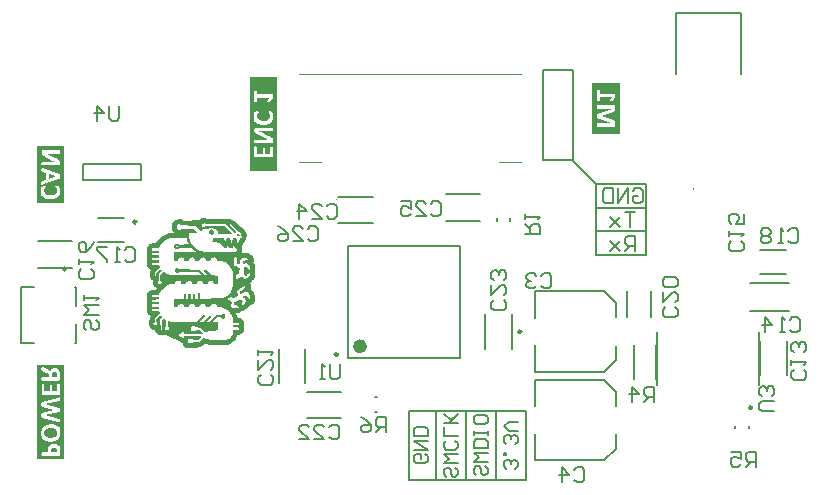
<source format=gbr>
%TF.GenerationSoftware,Altium Limited,Altium Designer,25.4.2 (15)*%
G04 Layer_Color=32896*
%FSLAX45Y45*%
%MOMM*%
%TF.SameCoordinates,7A81EC90-EEC5-4681-87D9-92CB7B0FDDE2*%
%TF.FilePolarity,Positive*%
%TF.FileFunction,Legend,Bot*%
%TF.Part,Single*%
G01*
G75*
%TA.AperFunction,NonConductor*%
%ADD58C,0.25000*%
%ADD59C,0.10000*%
%ADD61C,0.20000*%
%ADD62C,0.60000*%
%ADD63C,0.15240*%
G36*
X4020673Y11459819D02*
X4029444Y11456311D01*
X4032952Y11454556D01*
X4041723Y11451048D01*
X4218016Y11451925D01*
X4237312Y11450171D01*
X4244329Y11448417D01*
X4253099Y11444909D01*
X4259239Y11440523D01*
X4268887Y11432629D01*
X4317126Y11384390D01*
X4324143Y11382636D01*
X4340808Y11371234D01*
X4351333Y11360709D01*
X4353087Y11357200D01*
X4363612Y11334396D01*
X4365366Y11316855D01*
X4363612Y11280017D01*
X4352210Y11263353D01*
X4348701Y11261599D01*
X4345193Y11258090D01*
X4341685Y11256336D01*
X4333791Y11241426D01*
X4325020Y11229146D01*
X4323266Y11223884D01*
X4326774Y11215113D01*
X4328529Y11208096D01*
X4326774Y11183538D01*
X4323266Y11174767D01*
X4319758Y11167751D01*
X4325897Y11166874D01*
X4331160Y11168628D01*
X4369751Y11166874D01*
X4375014Y11165119D01*
X4391679Y11158980D01*
X4406589Y11149332D01*
X4410097Y11145824D01*
X4413606Y11144070D01*
X4421499Y11136176D01*
X4423253Y11132668D01*
X4428516Y11120388D01*
X4430270Y11113372D01*
X4428516Y11095830D01*
X4424131Y11086182D01*
X4426762Y11083551D01*
X4435533Y11064255D01*
X4439041Y11051976D01*
X4440795Y11039697D01*
X4439041Y10974793D01*
X4435533Y10966022D01*
X4425008Y10946726D01*
X4417114Y10937078D01*
X4414483Y10934447D01*
X4412729Y10930939D01*
X4403081Y10921291D01*
X4399572Y10919537D01*
X4391679Y10913397D01*
X4400449Y10904626D01*
X4402204Y10901118D01*
X4405712Y10892347D01*
X4407466Y10885331D01*
X4405712Y10867789D01*
X4403958Y10862526D01*
X4405712Y10859018D01*
X4414483Y10850247D01*
X4416237Y10846739D01*
X4425008Y10832706D01*
X4432024Y10816918D01*
X4435533Y10804639D01*
X4437287Y10797622D01*
X4435533Y10762539D01*
X4432024Y10753768D01*
X4426762Y10744997D01*
X4420622Y10737104D01*
X4417114Y10735349D01*
X4401326Y10728333D01*
X4390801Y10726579D01*
X4382031Y10712545D01*
X4377645Y10706406D01*
X4360981Y10689741D01*
X4357472Y10687987D01*
X4346947Y10680971D01*
X4335545Y10676585D01*
X4331160Y10672200D01*
X4327651Y10670446D01*
X4304847Y10659921D01*
X4297831Y10658166D01*
X4285551Y10656412D01*
X4277658Y10655535D01*
X4286429Y10632731D01*
X4289060Y10623083D01*
X4290814Y10617821D01*
X4308356Y10616066D01*
X4327651Y10605541D01*
X4331160Y10602033D01*
X4333791Y10601156D01*
X4335545Y10597648D01*
X4339054Y10594139D01*
X4344316Y10581860D01*
X4346070Y10569581D01*
X4344316Y10508185D01*
X4337299Y10495906D01*
X4333791Y10492398D01*
X4332914Y10489767D01*
X4329406Y10488013D01*
X4324143Y10482750D01*
X4311864Y10477488D01*
X4297831Y10473979D01*
X4288183Y10473102D01*
X4285551Y10463454D01*
X4272395Y10439773D01*
X4264502Y10430125D01*
X4260116Y10423986D01*
X4245206Y10409075D01*
X4241697Y10407321D01*
X4229418Y10398550D01*
X4217139Y10393288D01*
X4208369Y10389779D01*
X4187319Y10384517D01*
X4153989Y10382763D01*
X4082069Y10384517D01*
X4076806Y10386271D01*
X4056633Y10388902D01*
X4047862Y10390656D01*
X4026812Y10395919D01*
X4017165Y10398550D01*
X4011902Y10400304D01*
X3990852Y10379254D01*
X3987344Y10377500D01*
X3983836Y10373992D01*
X3975065Y10370483D01*
X3968048Y10368729D01*
X3932965Y10365221D01*
X3920686Y10359958D01*
X3913669Y10358204D01*
X3855781Y10359958D01*
X3839117Y10371361D01*
X3835609Y10374869D01*
X3830346Y10387148D01*
X3828592Y10394165D01*
X3827715Y10402058D01*
X3816313Y10406444D01*
X3813682Y10409075D01*
X3703169Y10465208D01*
X3687382Y10472225D01*
X3673349Y10473979D01*
X3666332Y10477488D01*
X3654053Y10472225D01*
X3640896Y10471348D01*
X3624232Y10473979D01*
X3607567Y10485381D01*
X3605813Y10488890D01*
X3602305Y10492398D01*
X3594411Y10510817D01*
X3576870Y10512571D01*
X3561082Y10521342D01*
X3551434Y10529235D01*
X3547926Y10532744D01*
X3546172Y10536252D01*
X3537401Y10555548D01*
X3535647Y10567827D01*
X3537401Y10585368D01*
X3546172Y10604664D01*
X3547926Y10622206D01*
X3553188Y10634485D01*
X3539155Y10643256D01*
X3533893Y10646764D01*
X3532138Y10650273D01*
X3528630Y10653781D01*
X3526876Y10657289D01*
X3521613Y10669568D01*
X3519859Y10681848D01*
Y10748506D01*
Y10750260D01*
X3521613Y10816918D01*
X3530384Y10832706D01*
X3538278Y10842353D01*
X3541786Y10844108D01*
X3545295Y10847616D01*
X3554066Y10851124D01*
X3568099Y10854633D01*
X3600551Y10855510D01*
X3605813Y10866035D01*
X3591780Y10874806D01*
X3581255Y10885331D01*
X3572484Y10904626D01*
X3570730Y10922168D01*
X3572484Y10930939D01*
X3569853Y10933570D01*
X3566345Y10935324D01*
X3562836Y10938832D01*
X3560205Y10939710D01*
X3558451Y10943218D01*
X3553188Y10948480D01*
X3547926Y10960759D01*
X3546172Y10973039D01*
X3547926Y11016893D01*
X3553188Y11025663D01*
X3552311Y11028295D01*
X3540032Y11035311D01*
X3536524Y11038820D01*
X3533893Y11039697D01*
X3532138Y11043205D01*
X3528630Y11046713D01*
X3526876Y11050222D01*
X3521613Y11062501D01*
X3519859Y11074780D01*
X3521613Y11211605D01*
X3528630Y11223884D01*
X3536524Y11233532D01*
X3540032Y11237040D01*
X3543541Y11238794D01*
X3559328Y11245811D01*
X3571607Y11247565D01*
X3600551Y11248442D01*
X3602305Y11251951D01*
X3617215Y11273878D01*
X3619847Y11276509D01*
X3621601Y11280017D01*
X3641774Y11300190D01*
X3645282Y11301944D01*
X3648790Y11305453D01*
X3652299Y11307207D01*
X3655807Y11310715D01*
X3659315Y11312469D01*
X3675103Y11321240D01*
X3690890Y11328257D01*
X3708432Y11333519D01*
X3715449Y11335273D01*
X3727728Y11337028D01*
X3745269Y11338782D01*
X3749655Y11339659D01*
X3742638Y11346675D01*
X3733867Y11365971D01*
X3732113Y11372988D01*
X3730359Y11385267D01*
X3732990Y11400177D01*
X3738253Y11414211D01*
X3745269Y11424736D01*
X3749655Y11429121D01*
X3751409Y11432629D01*
X3764565Y11442277D01*
X3776844Y11447540D01*
X3790878Y11451048D01*
X3815436Y11449294D01*
X3834731Y11440523D01*
X3962786Y11442277D01*
X3969802Y11449294D01*
X3992606Y11459819D01*
X4004886Y11461573D01*
X4020673Y11459819D01*
D02*
G37*
G36*
X7526448Y12176876D02*
X7293551D01*
Y12603126D01*
X7526448D01*
Y12176876D01*
D02*
G37*
G36*
X4626447Y11858751D02*
X4393550D01*
Y12656251D01*
X4626447D01*
Y11858751D01*
D02*
G37*
G36*
X2823949Y9423751D02*
X2591052D01*
Y10221251D01*
X2823949D01*
Y9423751D01*
D02*
G37*
G36*
X2823949Y12068126D02*
Y11586876D01*
X2591051D01*
Y12068126D01*
X2823949D01*
D02*
G37*
%LPC*%
G36*
X4003131Y11419473D02*
X3994361Y11414211D01*
X3991729Y11411579D01*
X3989975Y11404563D01*
X3991729Y11394038D01*
X3996115Y11389652D01*
X4006640Y11386144D01*
X4018919Y11393161D01*
X4020673Y11396669D01*
X4185564Y11394915D01*
X4253099Y11327380D01*
X4127677Y11326503D01*
X4125046Y11343167D01*
X4116275Y11358955D01*
X4108381Y11366848D01*
X4099610Y11370357D01*
X4092594Y11372111D01*
X4080314Y11373865D01*
X4015410Y11372111D01*
X4010148Y11370357D01*
X4003131Y11368602D01*
X3990852Y11363340D01*
X3987344Y11361586D01*
X3976819Y11354569D01*
X3973311Y11356323D01*
X3932965Y11396669D01*
X3817190Y11398423D01*
X3813682Y11403686D01*
X3810173Y11405440D01*
X3801403Y11408948D01*
X3787369Y11407194D01*
X3777721Y11399300D01*
X3774213Y11390529D01*
X3773336Y11382636D01*
X3775090Y11375619D01*
X3781230Y11365971D01*
X3783861Y11363340D01*
X3796140Y11359832D01*
X3808419Y11361586D01*
X3811927Y11365094D01*
X3815436Y11366848D01*
X3818067Y11369479D01*
X3818944Y11372111D01*
X3922440Y11370357D01*
X3956646Y11336151D01*
X3875954Y11334396D01*
X3877709Y11304576D01*
X3879463Y11299313D01*
X3881217Y11292296D01*
X3887356Y11275632D01*
X3890865Y11266861D01*
X3898759Y11251951D01*
X3910161Y11235286D01*
X3912792Y11232655D01*
X3914546Y11229146D01*
X3934719Y11208974D01*
X3938227Y11207219D01*
X3941736Y11203711D01*
X3945244Y11201957D01*
X3957523Y11193186D01*
X3976819Y11184415D01*
X3985590Y11180907D01*
X3992606Y11179153D01*
X4004886Y11175644D01*
X4025935Y11172136D01*
X4269764Y11173890D01*
X4279412Y11181784D01*
X4282920Y11185292D01*
X4285551Y11194940D01*
X4286429Y11202834D01*
X4270641Y11204588D01*
X4254854Y11234409D01*
X4252222Y11235286D01*
X4250468Y11224761D01*
X4248714Y11215990D01*
X4244329Y11204588D01*
X4222402Y11203711D01*
X4219771Y11206342D01*
X4209246Y11225638D01*
X4204860Y11231778D01*
X4202229Y11222130D01*
X4199598Y11210728D01*
X4196966Y11204588D01*
X4185564Y11203711D01*
X4164514Y11224761D01*
X4161006Y11226515D01*
X4155744Y11231778D01*
X4152235Y11233532D01*
X4148727Y11237040D01*
X4145219Y11238794D01*
X4131185Y11247565D01*
X4119783Y11251951D01*
X4104873Y11256336D01*
X4097856Y11258090D01*
X4080314Y11259844D01*
X4074175Y11260721D01*
X4081191Y11278263D01*
X4084700Y11290542D01*
X4085577Y11294928D01*
X4170654Y11294051D01*
X4175916Y11281771D01*
X4179425Y11267738D01*
X4182056Y11256336D01*
X4184687Y11258967D01*
X4186441Y11262476D01*
X4195212Y11276509D01*
X4201352Y11294928D01*
X4223279Y11294051D01*
X4228541Y11281771D01*
X4232050Y11269492D01*
X4233804Y11262476D01*
X4236435Y11252828D01*
X4240820Y11258967D01*
X4254854Y11288788D01*
X4256608Y11294051D01*
X4275027Y11294928D01*
X4284674Y11273001D01*
X4288183Y11258967D01*
X4289060Y11251074D01*
X4293445Y11255459D01*
X4295199Y11258967D01*
X4302216Y11271246D01*
X4307479Y11283526D01*
X4310110Y11294928D01*
X4323266Y11295805D01*
X4321512Y11329134D01*
X4313618Y11340536D01*
X4310110Y11342290D01*
X4297831Y11347553D01*
X4292568Y11349307D01*
X4232927Y11408948D01*
X4225910Y11407194D01*
X4223279Y11404563D01*
X4225033Y11399300D01*
X4279412Y11344921D01*
X4276781Y11342290D01*
X4273272Y11340536D01*
X4268887Y11336151D01*
X4267133Y11332642D01*
X4266256Y11331765D01*
X4216262Y11381759D01*
X4215385Y11382636D01*
X4189073Y11408948D01*
X4020673Y11410702D01*
X4013656Y11417719D01*
X4003131Y11419473D01*
D02*
G37*
G36*
X3855781Y11296682D02*
X3724219Y11294928D01*
X3718957Y11293174D01*
X3697030Y11285280D01*
X3682119Y11277386D01*
X3666332Y11265107D01*
X3659315Y11258090D01*
X3656684Y11257213D01*
X3654930Y11253705D01*
X3649667Y11248442D01*
X3647913Y11244934D01*
X3644405Y11241426D01*
X3642651Y11237917D01*
X3628617Y11208096D01*
X3627740Y11205465D01*
X3566345Y11203711D01*
X3561959Y11199326D01*
X3563713Y11188801D01*
X3571607Y11186169D01*
X3623355Y11185292D01*
X3622478Y11165119D01*
X3566345Y11163365D01*
X3561959Y11158980D01*
X3563713Y11150209D01*
X3568099Y11145824D01*
X3623355Y11144947D01*
X3622478Y11124774D01*
X3566345Y11123020D01*
X3561959Y11118634D01*
X3563713Y11109863D01*
X3566345Y11107232D01*
X3573361Y11105478D01*
X3623355Y11104601D01*
X3622478Y11084428D01*
X3564591Y11082674D01*
X3561959Y11074780D01*
X3566345Y11066886D01*
X3578624Y11065132D01*
X3628617Y11064255D01*
X3633003Y11052853D01*
X3633880Y11046713D01*
X3588272Y11001105D01*
X3590026Y10971284D01*
X3592657Y10968653D01*
X3597920Y10970407D01*
X3600551Y10973039D01*
X3602305Y10997597D01*
X3640019Y11035311D01*
X3642651Y11034434D01*
X3644405Y11030926D01*
X3653176Y11018647D01*
X3623355Y10988826D01*
X3621601Y10932693D01*
X3616338Y10929185D01*
X3612830Y10916905D01*
X3618092Y10908135D01*
X3622478Y10903749D01*
X3631249Y10901995D01*
X3640019Y10907258D01*
X3644405Y10911643D01*
X3646159Y10920414D01*
X3640019Y10931816D01*
X3636511Y10933570D01*
X3635634Y10981809D01*
X3662824Y11008999D01*
X3668086Y11003736D01*
X3671594Y11001982D01*
X3675103Y10998474D01*
X3678611Y10996720D01*
X3689136Y10989703D01*
X3701415Y10984441D01*
X3718957Y10979178D01*
X3725973Y10977424D01*
X3738253Y10975670D01*
X3988221Y10976547D01*
X3957523Y11007245D01*
X3799648Y11005491D01*
X3797017Y11002859D01*
X3796140Y11000228D01*
X3792632Y10998474D01*
X3783861Y10994966D01*
X3771582Y10996720D01*
X3768073Y11000228D01*
X3764565Y11001982D01*
X3760180Y11011630D01*
X3761934Y11027418D01*
X3769828Y11035311D01*
X3782107Y11038820D01*
X3787369Y11037066D01*
X3796140Y11031803D01*
X3801403Y11026541D01*
X3968048Y11024786D01*
X3974188Y11018647D01*
X3975942Y11015138D01*
X4015410Y10975670D01*
X4042600Y10976547D01*
X4007517Y11011630D01*
X4009271Y11022155D01*
X4011902Y11024786D01*
X4017165Y11026541D01*
X4029444Y11017770D01*
X4071544Y10975670D01*
X4126800Y10974793D01*
X4125923Y10903749D01*
X4092594Y10905503D01*
X4090839Y10914274D01*
X4084700Y10923922D01*
X4080314Y10928308D01*
X4071544Y10931816D01*
X4061896Y10932693D01*
X4053125Y10930939D01*
X4042600Y10923922D01*
X4035583Y10908135D01*
X4034706Y10903749D01*
X4000500Y10904626D01*
X3998746Y10915151D01*
X3990852Y10924799D01*
X3985590Y10930062D01*
X3974188Y10932693D01*
X3971556Y10933570D01*
X3966294Y10931816D01*
X3959277Y10930062D01*
X3949629Y10922168D01*
X3944367Y10909889D01*
X3942613Y10904626D01*
X3910161Y10903749D01*
X3907529Y10906381D01*
X3905775Y10916905D01*
X3897881Y10926553D01*
X3885602Y10931816D01*
X3877709Y10932693D01*
X3868938Y10930939D01*
X3858413Y10923922D01*
X3856659Y10920414D01*
X3851396Y10908135D01*
X3850519Y10903749D01*
X3816313Y10904626D01*
X3814559Y10915151D01*
X3806665Y10926553D01*
X3803157Y10928308D01*
X3794386Y10931816D01*
X3786492Y10932693D01*
X3777721Y10930939D01*
X3768073Y10924799D01*
X3763688Y10920414D01*
X3760180Y10911643D01*
X3758426Y10904626D01*
X3737376Y10902872D01*
X3716326Y10899364D01*
X3697030Y10892347D01*
X3682119Y10884453D01*
X3666332Y10872174D01*
X3649667Y10855510D01*
X3647913Y10852001D01*
X3644405Y10848493D01*
X3642651Y10844985D01*
X3628617Y10815164D01*
X3627740Y10812533D01*
X3566345Y10810778D01*
X3561959Y10806393D01*
X3563713Y10797622D01*
X3568099Y10793237D01*
X3623355Y10792360D01*
X3622478Y10772187D01*
X3566345Y10770433D01*
X3563713Y10767801D01*
X3561959Y10760785D01*
X3563713Y10757276D01*
X3568099Y10752891D01*
X3623355Y10752014D01*
X3622478Y10731841D01*
X3566345Y10730087D01*
X3561959Y10725702D01*
X3563713Y10716931D01*
X3568099Y10712545D01*
X3623355Y10711668D01*
X3622478Y10691496D01*
X3564591Y10689741D01*
X3561959Y10681848D01*
X3566345Y10673954D01*
X3578624Y10672200D01*
X3628617Y10671323D01*
X3633880Y10653781D01*
X3588272Y10608173D01*
X3586518Y10583614D01*
X3579501Y10576598D01*
X3577747Y10569581D01*
X3579501Y10560810D01*
X3585640Y10554671D01*
X3592657Y10552916D01*
X3601428Y10554671D01*
X3607567Y10559056D01*
X3609322Y10566073D01*
X3607567Y10578352D01*
X3603182Y10582737D01*
X3600551Y10583614D01*
X3602305Y10604664D01*
X3640019Y10642379D01*
X3644405Y10637993D01*
X3646159Y10634485D01*
X3649667Y10630977D01*
X3651421Y10627468D01*
X3654930Y10623960D01*
X3635634Y10604664D01*
X3637388Y10515202D01*
X3645282Y10514325D01*
X3647913Y10516956D01*
X3649667Y10601156D01*
X3662824Y10614312D01*
X3666332Y10612558D01*
X3669840Y10609050D01*
X3673349Y10607296D01*
X3676857Y10603787D01*
X3680365Y10602033D01*
X3684751Y10599402D01*
X3683874Y10544146D01*
X3680365Y10542391D01*
X3677734Y10539760D01*
X3674226Y10530989D01*
X3676857Y10521342D01*
X3682119Y10516079D01*
X3689136Y10514325D01*
X3699661Y10516079D01*
X3705801Y10522219D01*
X3707555Y10532744D01*
X3699661Y10544146D01*
X3697030Y10545023D01*
X3697907Y10591508D01*
X3717203Y10586246D01*
X3724219Y10584491D01*
X3736498Y10582737D01*
X3941736Y10584491D01*
X3996115Y10638871D01*
X4003131Y10640625D01*
X4010148Y10638871D01*
X4012779Y10630977D01*
X4007517Y10622206D01*
X3968925Y10583614D01*
X3994361Y10582737D01*
X4052248Y10640625D01*
X4062773Y10638871D01*
X4065404Y10636239D01*
X4066281Y10630100D01*
X4061896Y10623960D01*
X4021550Y10583614D01*
X4048739Y10582737D01*
X4108381Y10642379D01*
X4146973Y10644133D01*
X4153989Y10651150D01*
X4161006Y10652904D01*
X4175039Y10651150D01*
X4182933Y10645010D01*
X4186441Y10636239D01*
X4184687Y10622206D01*
X4181179Y10618698D01*
X4180302Y10616066D01*
X4176794Y10614312D01*
X4168023Y10610804D01*
X4155744Y10612558D01*
X4147850Y10618698D01*
X4146096Y10622206D01*
X4117152Y10623083D01*
X4077683Y10583614D01*
X4126800Y10581860D01*
X4125923Y10510817D01*
X4086454Y10508185D01*
X4072421Y10506431D01*
X4061896Y10504677D01*
X4044354Y10501169D01*
X4030321Y10497660D01*
X4017165Y10493275D01*
X3976819Y10533621D01*
X3938227Y10535375D01*
X3929456Y10545900D01*
X3920686Y10549408D01*
X3904898Y10547654D01*
X3895250Y10539760D01*
X3891742Y10527481D01*
X3893496Y10516956D01*
X3901390Y10507308D01*
X3904898Y10503800D01*
X3917177Y10502046D01*
X3925948Y10503800D01*
X3935596Y10511694D01*
X3937350Y10515202D01*
X3969802Y10516079D01*
X3996992Y10488890D01*
X3995238Y10485381D01*
X3986467Y10481873D01*
X3839994Y10480996D01*
X3838240Y10502046D01*
X3824207Y10493275D01*
X3784738Y10473102D01*
X3785615Y10470471D01*
X3825961Y10449421D01*
X3839117Y10443281D01*
X3839994Y10463454D01*
X3976819Y10461700D01*
X3982959Y10457315D01*
X3982081Y10456438D01*
X3981204Y10455560D01*
X3954015Y10428371D01*
X3909284Y10429248D01*
X3908406Y10438896D01*
X3870692Y10438019D01*
X3871569Y10400304D01*
X3909284Y10401181D01*
X3910161Y10410829D01*
X3964540Y10412583D01*
X4001377Y10449421D01*
X4010148Y10445913D01*
X4021550Y10441527D01*
X4031198Y10438896D01*
X4043477Y10435388D01*
X4057510Y10431879D01*
X4069789Y10430125D01*
X4076806Y10428371D01*
X4099610Y10426617D01*
X4132939Y10424863D01*
X4185564Y10426617D01*
X4190827Y10428371D01*
X4207491Y10434510D01*
X4218016Y10441527D01*
X4224156Y10447667D01*
X4227664Y10449421D01*
X4232050Y10453806D01*
X4233804Y10457315D01*
X4237312Y10460823D01*
X4239066Y10464331D01*
X4247837Y10483627D01*
X4251345Y10497660D01*
X4253099Y10515202D01*
X4298708Y10516956D01*
X4303970Y10522219D01*
X4302216Y10532744D01*
X4294322Y10535375D01*
X4253099Y10536252D01*
X4253977Y10556425D01*
X4301339Y10558179D01*
X4303970Y10566073D01*
X4302216Y10571335D01*
X4297831Y10575721D01*
X4253099Y10576598D01*
X4250468Y10603787D01*
X4246960Y10617821D01*
X4241697Y10631854D01*
X4228541Y10655535D01*
X4225033Y10659043D01*
X4223279Y10662552D01*
X4206614Y10679216D01*
X4203106Y10680971D01*
X4199598Y10684479D01*
X4196089Y10686233D01*
X4183810Y10693250D01*
X4171531Y10698512D01*
X4162760Y10702021D01*
X4151358Y10704652D01*
X4135571Y10706406D01*
X4116275Y10708160D01*
X4114521Y10718685D01*
X4106627Y10730087D01*
X4103119Y10731841D01*
X4094348Y10735349D01*
X4075052Y10733595D01*
X4065404Y10725702D01*
X4060141Y10713423D01*
X4058387Y10708160D01*
X4025935Y10707283D01*
X4023304Y10715177D01*
X4016288Y10727456D01*
X4011902Y10731841D01*
X4003131Y10735349D01*
X3983836Y10733595D01*
X3974188Y10725702D01*
X3970679Y10722193D01*
X3967171Y10709914D01*
X3966294Y10707283D01*
X3932088Y10708160D01*
X3930334Y10718685D01*
X3922440Y10730087D01*
X3918931Y10731841D01*
X3910161Y10735349D01*
X3890865Y10733595D01*
X3881217Y10725702D01*
X3875954Y10713423D01*
X3875077Y10707283D01*
X3840871Y10708160D01*
X3839117Y10715177D01*
X3832100Y10727456D01*
X3827715Y10731841D01*
X3818944Y10735349D01*
X3799648Y10733595D01*
X3790001Y10725702D01*
X3786492Y10722193D01*
X3782984Y10709914D01*
X3782107Y10707283D01*
X3747901Y10708160D01*
X3749655Y10778326D01*
X3832100Y10780081D01*
X3833854Y10823935D01*
X3836486Y10826566D01*
X3842625Y10827443D01*
X3848765Y10824812D01*
X3851396Y10822181D01*
X3853150Y10815164D01*
X3854027Y10779203D01*
X3870692Y10780081D01*
X3872446Y10822181D01*
X3876831Y10826566D01*
X3883848Y10828320D01*
X3891742Y10822181D01*
X3893496Y10809901D01*
X3894373Y10779203D01*
X3911038Y10780081D01*
X3912792Y10822181D01*
X3917177Y10826566D01*
X3923317Y10827443D01*
X3929456Y10824812D01*
X3932088Y10822181D01*
X3932965Y10779203D01*
X3951384Y10780081D01*
X3953138Y10822181D01*
X3957523Y10826566D01*
X3963663Y10827443D01*
X3969802Y10824812D01*
X3972434Y10822181D01*
X3973311Y10779203D01*
X4153989Y10780958D01*
X4159252Y10782712D01*
X4181179Y10790606D01*
X4198721Y10801131D01*
X4201352Y10803762D01*
X4204860Y10805516D01*
X4211877Y10812533D01*
X4215385Y10814287D01*
X4218016Y10816918D01*
X4219771Y10820426D01*
X4226787Y10827443D01*
X4228541Y10830951D01*
X4232050Y10834460D01*
X4233804Y10837968D01*
X4246083Y10864281D01*
X4251345Y10885331D01*
X4253099Y10918660D01*
X4251345Y10994089D01*
X4249591Y10999351D01*
X4246960Y11010753D01*
X4241697Y11024786D01*
X4228541Y11048468D01*
X4225033Y11051976D01*
X4223279Y11055484D01*
X4206614Y11072149D01*
X4203106Y11073903D01*
X4199598Y11077411D01*
X4196089Y11079166D01*
X4182056Y11087936D01*
X4170654Y11092322D01*
X4161006Y11094953D01*
X4146973Y11098461D01*
X4129431Y11100216D01*
X4116275Y11101093D01*
X4114521Y11111618D01*
X4106627Y11123020D01*
X4103119Y11124774D01*
X4094348Y11128282D01*
X4086454Y11129159D01*
X4077683Y11127405D01*
X4068035Y11121266D01*
X4063650Y11116880D01*
X4060141Y11108109D01*
X4058387Y11101093D01*
X4025935Y11100216D01*
X4023304Y11108109D01*
X4016288Y11120388D01*
X4011902Y11124774D01*
X4003131Y11128282D01*
X3995238Y11129159D01*
X3986467Y11127405D01*
X3980327Y11124774D01*
X3970679Y11115126D01*
X3967171Y11102847D01*
X3966294Y11100216D01*
X3932088Y11101093D01*
X3930334Y11111618D01*
X3922440Y11123020D01*
X3918931Y11124774D01*
X3910161Y11128282D01*
X3902267Y11129159D01*
X3893496Y11127405D01*
X3883848Y11121266D01*
X3879463Y11116880D01*
X3875954Y11108109D01*
X3874200Y11101093D01*
X3841748Y11100216D01*
X3839117Y11108109D01*
X3832100Y11120388D01*
X3827715Y11124774D01*
X3818944Y11128282D01*
X3811050Y11129159D01*
X3802280Y11127405D01*
X3796140Y11124774D01*
X3786492Y11115126D01*
X3782984Y11102847D01*
X3782107Y11100216D01*
X3747901Y11101093D01*
X3749655Y11171259D01*
X3947875Y11173013D01*
X3933842Y11181784D01*
X3927702Y11186169D01*
X3918054Y11194063D01*
X3915423Y11196694D01*
X3911915Y11198449D01*
X3901390Y11208974D01*
X3796140Y11207219D01*
X3790878Y11201957D01*
X3787369Y11200203D01*
X3778598Y11196694D01*
X3764565Y11198449D01*
X3754917Y11206342D01*
X3749655Y11218621D01*
X3751409Y11232655D01*
X3759303Y11242303D01*
X3771582Y11247565D01*
X3785615Y11245811D01*
X3789123Y11242303D01*
X3792632Y11240549D01*
X3796140Y11237040D01*
X3879463Y11237917D01*
X3865429Y11267738D01*
X3858413Y11290542D01*
X3855781Y11296682D01*
D02*
G37*
G36*
X3773336Y11230024D02*
X3769828Y11228269D01*
X3767196Y11225638D01*
X3768951Y11216867D01*
X3771582Y11214236D01*
X3780353Y11215990D01*
X3781230Y11216867D01*
Y11218621D01*
X3782984Y11223884D01*
X3780353Y11228269D01*
X3773336Y11230024D01*
D02*
G37*
G36*
X4276781Y11138807D02*
X4268887Y11130913D01*
X4261870Y11115126D01*
X4263624Y11064255D01*
X4269764Y11056361D01*
X4273272Y11054607D01*
X4292568Y11045836D01*
X4303970Y11041451D01*
X4307479Y11039697D01*
X4305724Y10994089D01*
X4290814Y10987949D01*
X4282043Y10984441D01*
X4275904Y10981809D01*
X4276781Y10947603D01*
X4283797Y10949357D01*
X4327651Y10966899D01*
X4331160Y10965145D01*
X4334668Y10961636D01*
X4338176Y10959882D01*
X4343439Y10954620D01*
X4355718Y10949357D01*
X4371506Y10951112D01*
X4381154Y10959005D01*
X4389047Y10968653D01*
X4391679Y10971284D01*
X4393433Y10974793D01*
X4396941Y10983564D01*
X4398695Y10995843D01*
X4397818Y11001982D01*
X4375014Y10989703D01*
X4368874Y10983564D01*
X4367120Y10980055D01*
X4360981Y10973916D01*
X4352210Y10979178D01*
X4348701Y10982686D01*
X4345193Y10984441D01*
X4340808Y10988826D01*
X4342562Y11041451D01*
X4345193Y11044082D01*
X4365366Y11053730D01*
X4370629Y11048468D01*
X4372383Y11044959D01*
X4391679Y11025663D01*
X4393433Y11022155D01*
X4396941Y11016893D01*
X4398695Y11022155D01*
X4396941Y11050222D01*
X4382031Y11072149D01*
X4378522Y11075657D01*
X4366243Y11079166D01*
X4355718Y11077411D01*
X4343439Y11070395D01*
X4332914Y11065132D01*
X4332037Y11099338D01*
X4334668Y11101970D01*
X4360981Y11103724D01*
X4373260Y11108986D01*
X4385539Y11110741D01*
X4386416Y11111618D01*
X4382031Y11116003D01*
X4378522Y11117757D01*
X4362735Y11124774D01*
X4345193Y11126528D01*
X4324143Y11124774D01*
X4314495Y11116880D01*
X4309233Y11104601D01*
X4308356Y11066886D01*
X4298708Y11069518D01*
X4285551Y11075657D01*
X4283797Y11114249D01*
X4281166Y11122143D01*
X4280289Y11123020D01*
X4278535Y11130036D01*
X4276781Y11138807D01*
D02*
G37*
G36*
X4355718Y10882699D02*
X4331160Y10880945D01*
X4317126Y10872174D01*
X4301339Y10863403D01*
X4291691Y10855510D01*
X4288183Y10846739D01*
X4289937Y10818672D01*
X4291691Y10813410D01*
X4289937Y10802885D01*
X4260116Y10785343D01*
X4252222Y10782712D01*
X4246960Y10787974D01*
X4243452Y10789728D01*
X4239943Y10793237D01*
X4236435Y10794991D01*
X4232927Y10798499D01*
X4229418Y10796745D01*
X4220648Y10787974D01*
X4217139Y10786220D01*
X4213631Y10782712D01*
X4210123Y10780958D01*
X4205737Y10778326D01*
X4213631Y10770433D01*
X4217139Y10768678D01*
X4222402Y10763416D01*
X4225910Y10761662D01*
X4229418Y10758153D01*
X4232927Y10756399D01*
X4238189Y10751137D01*
X4239066Y10750260D01*
X4237312Y10718685D01*
X4242575Y10709914D01*
X4248714Y10703775D01*
X4262747Y10700266D01*
X4280289Y10698512D01*
X4292568Y10700266D01*
X4304847Y10707283D01*
X4301339Y10709037D01*
X4294322Y10716054D01*
X4290814Y10717808D01*
X4282043Y10721316D01*
X4269764Y10723070D01*
X4261870Y10725702D01*
X4263624Y10748506D01*
X4266256Y10751137D01*
X4269764Y10752891D01*
X4283797Y10761662D01*
X4299585Y10770433D01*
X4311864Y10775695D01*
X4325897Y10766924D01*
X4333791Y10762539D01*
X4329406Y10751137D01*
X4326774Y10743243D01*
X4325020Y10736227D01*
X4323266Y10727456D01*
X4316249Y10716931D01*
X4322389Y10716054D01*
X4334668Y10723070D01*
X4344316Y10730964D01*
X4353087Y10743243D01*
X4354841Y10750260D01*
X4358349Y10759031D01*
X4356595Y10773064D01*
X4353087Y10776572D01*
X4351333Y10780081D01*
X4348701Y10782712D01*
X4329406Y10793237D01*
X4326774Y10795868D01*
X4357472Y10812533D01*
X4360981Y10810778D01*
X4369751Y10796745D01*
X4373260Y10791483D01*
X4376768Y10789728D01*
X4389924Y10776572D01*
X4391679Y10773064D01*
X4392556Y10772187D01*
X4395187Y10774818D01*
X4393433Y10801131D01*
X4382908Y10820426D01*
X4374137Y10832706D01*
X4364489Y10837091D01*
X4346947Y10835337D01*
X4336422Y10828320D01*
X4315372Y10817795D01*
X4313618Y10828320D01*
X4312741Y10841476D01*
X4315372Y10844108D01*
X4318881Y10845862D01*
X4331160Y10852878D01*
X4346070Y10862526D01*
X4347824Y10866035D01*
X4360981Y10879191D01*
X4363612Y10880068D01*
X4355718Y10882699D01*
D02*
G37*
%LPD*%
G36*
X4083119Y11359307D02*
X4085750Y11356676D01*
X4089258Y11347905D01*
X4087504Y11333871D01*
X4079610Y11324224D01*
X4070839Y11320715D01*
X4056806Y11322469D01*
X4047158Y11332117D01*
X4043650Y11344396D01*
X4048035Y11355798D01*
X4055052Y11362815D01*
X4067331Y11366323D01*
X4070839D01*
X4083119Y11359307D01*
D02*
G37*
G36*
X4303970Y11329134D02*
X4307479Y11320363D01*
Y11318609D01*
Y11316855D01*
X4301339Y11308961D01*
X4294322Y11307207D01*
X4287306Y11308961D01*
X4282920Y11313346D01*
X4281166Y11320363D01*
X4285551Y11330011D01*
X4294322Y11333519D01*
X4303970Y11329134D01*
D02*
G37*
%LPC*%
G36*
X7488522Y12545586D02*
Y12506221D01*
X7488313Y12508512D01*
Y12508929D01*
X7488105Y12510178D01*
X7487897Y12511636D01*
X7487689Y12512886D01*
Y12513094D01*
X7487480Y12513719D01*
X7487064Y12514344D01*
X7486439Y12514761D01*
X7486231Y12514969D01*
X7486022Y12515177D01*
X7485398Y12515385D01*
X7484773D01*
X7356472D01*
Y12541420D01*
X7356056Y12542045D01*
X7355639Y12542670D01*
X7355431Y12542878D01*
X7355223Y12543087D01*
X7354598Y12543712D01*
X7353556Y12544128D01*
X7353348Y12544336D01*
X7352515Y12544545D01*
X7351265Y12544961D01*
X7349807Y12545169D01*
X7349391D01*
X7348141Y12545378D01*
X7346475Y12545586D01*
X7342101D01*
X7340226Y12545378D01*
X7338352Y12545169D01*
X7337935D01*
X7337102Y12544961D01*
X7335852Y12544545D01*
X7334603Y12544128D01*
X7334395D01*
X7333770Y12543712D01*
X7333145Y12543295D01*
X7332520Y12542670D01*
Y12542462D01*
X7332312Y12542045D01*
X7332103Y12541420D01*
D01*
Y12454359D01*
X7332520Y12453110D01*
X7332728Y12452901D01*
X7332937Y12452693D01*
X7333770Y12452068D01*
X7334603Y12451652D01*
X7334811D01*
X7335644Y12451235D01*
X7336894Y12451027D01*
X7338352Y12450610D01*
X7338560D01*
X7338768D01*
X7340018D01*
X7341684Y12450402D01*
X7343975D01*
X7344184D01*
X7344600D01*
X7345225D01*
X7346058D01*
X7347933D01*
X7349807Y12450610D01*
X7350016D01*
X7350224D01*
X7351057Y12450819D01*
X7352307Y12451027D01*
X7353556Y12451443D01*
X7353765Y12451652D01*
X7354389Y12452068D01*
X7355014Y12452485D01*
X7355639Y12453110D01*
X7355847Y12453318D01*
X7356056Y12453735D01*
X7356264Y12454359D01*
X7356472Y12454984D01*
Y12483935D01*
X7457488D01*
X7443742Y12458942D01*
Y12458733D01*
X7443533Y12458525D01*
X7442908Y12457275D01*
X7442284Y12455817D01*
X7441867Y12454359D01*
Y12453318D01*
X7442075Y12452485D01*
X7442700Y12451652D01*
X7442908Y12451443D01*
X7443533Y12451027D01*
X7444575Y12450610D01*
X7446241Y12450194D01*
X7446449D01*
X7446657D01*
X7447282D01*
X7448115D01*
X7449157Y12449986D01*
X7332103D01*
X7488522D01*
Y12545586D01*
D02*
G37*
G36*
X7487480Y12415411D02*
D01*
Y12403539D01*
X7487272Y12404789D01*
X7487064Y12406455D01*
X7486439Y12408330D01*
Y12408538D01*
X7486231Y12408746D01*
X7485814Y12409787D01*
X7484981Y12411037D01*
X7483940Y12412287D01*
X7483731Y12412495D01*
X7482898Y12413120D01*
X7481648Y12413953D01*
X7479982Y12414578D01*
X7479566Y12414786D01*
X7478524Y12414994D01*
X7476858Y12415203D01*
X7474775Y12415411D01*
X7335644D01*
X7335019Y12414994D01*
X7334186Y12414578D01*
X7333978Y12414370D01*
X7333770Y12414161D01*
X7333145Y12413328D01*
X7332728Y12412287D01*
Y12412079D01*
X7332312Y12411037D01*
X7332103Y12409579D01*
X7331895Y12407705D01*
Y12407288D01*
X7331687Y12406455D01*
Y12405622D01*
X7331479Y12403331D01*
Y12397916D01*
X7331687Y12395416D01*
X7331895Y12393125D01*
Y12392709D01*
X7332103Y12391459D01*
X7332312Y12390001D01*
X7332728Y12388543D01*
X7332937Y12388335D01*
X7333145Y12387710D01*
X7333561Y12386877D01*
X7334186Y12386252D01*
X7334395D01*
X7334811Y12386044D01*
X7335644Y12385835D01*
X7336477Y12385627D01*
X7462903D01*
Y12385210D01*
X7336477Y12340222D01*
X7336269Y12340014D01*
X7335644Y12339805D01*
X7333978Y12338556D01*
X7333770Y12338347D01*
X7333353Y12337723D01*
X7332937Y12336889D01*
X7332312Y12335640D01*
Y12335223D01*
X7332103Y12334390D01*
X7331895Y12332932D01*
X7331687Y12330849D01*
Y12328975D01*
X7331479Y12326684D01*
Y12321477D01*
X7331687Y12319186D01*
X7331895Y12316895D01*
Y12316478D01*
X7332103Y12315228D01*
X7332312Y12313770D01*
X7332728Y12312312D01*
X7332937Y12312104D01*
X7333145Y12311271D01*
X7333561Y12310230D01*
X7334186Y12309188D01*
X7334395Y12308980D01*
X7334811Y12308563D01*
X7335644Y12308147D01*
X7336477Y12307939D01*
X7462903Y12264408D01*
Y12264200D01*
X7336477D01*
X7336269D01*
X7335644D01*
X7335019Y12263783D01*
X7334186Y12263367D01*
X7333978Y12263158D01*
X7333770Y12262742D01*
X7333145Y12262117D01*
X7332728Y12260867D01*
Y12260659D01*
X7332312Y12259618D01*
X7332103Y12258160D01*
X7331895Y12256285D01*
Y12255869D01*
X7331687Y12255244D01*
Y12254411D01*
X7331479Y12252120D01*
Y12246704D01*
X7331687Y12244205D01*
X7331895Y12241914D01*
Y12241497D01*
X7332103Y12240248D01*
X7332312Y12238790D01*
X7332728Y12237332D01*
X7332937Y12237123D01*
X7333145Y12236499D01*
X7333561Y12235665D01*
X7334186Y12235041D01*
X7334395D01*
X7334811Y12234832D01*
X7335644Y12234624D01*
X7336477Y12234416D01*
X7331479D01*
D01*
X7487480D01*
Y12415411D01*
D02*
G37*
%LPD*%
G36*
X7488522Y12449986D02*
X7458529D01*
X7459154Y12450194D01*
X7460196Y12450402D01*
X7461237Y12450610D01*
X7461445D01*
X7462070Y12451027D01*
X7462903Y12451235D01*
X7463528Y12451860D01*
X7463736Y12452068D01*
X7464153Y12452485D01*
X7464570Y12453110D01*
X7465194Y12454151D01*
X7486855Y12487476D01*
Y12487684D01*
X7487064Y12487892D01*
X7487480Y12488934D01*
Y12489142D01*
X7487689Y12489559D01*
X7487897Y12490392D01*
X7488105Y12491433D01*
Y12491642D01*
X7488313Y12492475D01*
Y12495599D01*
X7488522Y12496849D01*
Y12449986D01*
D02*
G37*
G36*
X7487480Y12268782D02*
X7487272Y12270032D01*
X7487064Y12273156D01*
X7486439Y12276280D01*
Y12276488D01*
X7486231Y12276905D01*
X7486022Y12277738D01*
X7485814Y12278571D01*
X7484773Y12280862D01*
X7483523Y12282945D01*
Y12283153D01*
X7483106Y12283362D01*
X7482065Y12284611D01*
X7480191Y12286277D01*
X7477899Y12287735D01*
X7477691D01*
X7477275Y12288152D01*
X7476650Y12288569D01*
X7475608Y12288985D01*
X7474359Y12289610D01*
X7472901Y12290026D01*
X7469568Y12291276D01*
X7376884Y12325018D01*
Y12325434D01*
X7469360Y12360425D01*
X7469568D01*
X7470193Y12360633D01*
X7471026Y12361050D01*
X7472276Y12361467D01*
X7474984Y12362508D01*
X7477691Y12363758D01*
X7477899D01*
X7478316Y12364174D01*
X7478941Y12364382D01*
X7479774Y12365007D01*
X7481648Y12366257D01*
X7483315Y12367923D01*
X7483523Y12368131D01*
X7483731Y12368340D01*
X7484564Y12369589D01*
X7485606Y12371464D01*
X7486439Y12373755D01*
Y12373963D01*
X7486647Y12374380D01*
X7486855Y12375213D01*
X7487064Y12376046D01*
X7487272Y12378545D01*
X7487480Y12381670D01*
Y12268782D01*
D02*
G37*
G36*
Y12234416D02*
X7475817D01*
X7476858Y12234624D01*
X7478316Y12234832D01*
X7479774Y12235249D01*
X7481232Y12235665D01*
X7482898Y12236499D01*
X7484148Y12237540D01*
X7484356Y12237748D01*
X7484773Y12238165D01*
X7485189Y12238790D01*
X7485814Y12239831D01*
X7486439Y12241081D01*
X7487064Y12242539D01*
X7487272Y12244205D01*
X7487480Y12246079D01*
Y12234416D01*
D02*
G37*
%LPC*%
G36*
X4588729Y12539512D02*
X4442308D01*
X4440433Y12539304D01*
X4438559Y12539095D01*
X4438142D01*
X4437309Y12538887D01*
X4436059Y12538470D01*
X4434810Y12538054D01*
X4434601D01*
X4433977Y12537637D01*
X4433352Y12537221D01*
X4432727Y12536596D01*
Y12536388D01*
X4432519Y12535971D01*
X4432310Y12535346D01*
D01*
Y12443911D01*
Y12448285D01*
X4432727Y12447036D01*
X4432935Y12446827D01*
X4433144Y12446619D01*
X4433977Y12445994D01*
X4434810Y12445578D01*
X4435018D01*
X4435851Y12445161D01*
X4437101Y12444953D01*
X4438559Y12444536D01*
X4438767D01*
X4438975D01*
X4440225D01*
X4441891Y12444328D01*
X4444182D01*
X4444391D01*
X4444807D01*
X4445432D01*
X4446265D01*
X4448140D01*
X4450014Y12444536D01*
X4450222D01*
X4450431D01*
X4451264Y12444744D01*
X4452514Y12444953D01*
X4453763Y12445369D01*
X4453972Y12445578D01*
X4454596Y12445994D01*
X4455221Y12446411D01*
X4455846Y12447036D01*
X4456054Y12447244D01*
X4456263Y12447660D01*
X4456471Y12448285D01*
X4456679Y12448910D01*
Y12477861D01*
X4557695D01*
X4543948Y12452867D01*
Y12452659D01*
X4543740Y12452451D01*
X4543115Y12451201D01*
X4542491Y12449743D01*
X4542074Y12448285D01*
Y12447244D01*
X4542282Y12446411D01*
X4542907Y12445578D01*
X4543115Y12445369D01*
X4543740Y12444953D01*
X4544782Y12444536D01*
X4546448Y12444120D01*
X4546656D01*
X4546864D01*
X4547489D01*
X4548322D01*
X4549364Y12443911D01*
X4558736D01*
X4559361Y12444120D01*
X4560403Y12444328D01*
X4561444Y12444536D01*
X4561652D01*
X4562277Y12444953D01*
X4563110Y12445161D01*
X4563735Y12445786D01*
X4563943Y12445994D01*
X4564360Y12446411D01*
X4564776Y12447036D01*
X4565401Y12448077D01*
X4587062Y12481402D01*
Y12481610D01*
X4587271Y12481818D01*
X4587687Y12482860D01*
Y12483068D01*
X4587896Y12483485D01*
X4588104Y12484318D01*
X4588312Y12485359D01*
Y12485567D01*
X4588520Y12486400D01*
Y12489525D01*
X4588729Y12490774D01*
Y12477861D01*
Y12500147D01*
X4588520Y12502438D01*
Y12502855D01*
X4588312Y12504104D01*
X4588104Y12505562D01*
X4587896Y12506812D01*
Y12507020D01*
X4587687Y12507645D01*
X4587271Y12508270D01*
X4586646Y12508686D01*
X4586438Y12508895D01*
X4586229Y12509103D01*
X4585604Y12509311D01*
X4584980D01*
X4456679D01*
Y12535346D01*
X4456263Y12535971D01*
X4455846Y12536596D01*
X4455638Y12536804D01*
X4455429Y12537013D01*
X4454805Y12537637D01*
X4453763Y12538054D01*
X4453555Y12538262D01*
X4452722Y12538470D01*
X4451472Y12538887D01*
X4450014Y12539095D01*
X4449598D01*
X4448348Y12539304D01*
X4446682Y12539512D01*
X4588729D01*
D02*
G37*
G36*
X4590187Y12364765D02*
X4452305D01*
X4450639Y12364557D01*
X4450222D01*
X4449389Y12364348D01*
X4448348Y12364140D01*
X4447098Y12363932D01*
X4446890D01*
X4446265Y12363724D01*
X4444599Y12362890D01*
X4444391D01*
X4443974Y12362474D01*
X4443141Y12361849D01*
X4442100Y12361016D01*
X4441891Y12360808D01*
X4441058Y12359975D01*
X4439808Y12358308D01*
X4439184Y12357267D01*
X4438351Y12356017D01*
Y12355809D01*
X4437934Y12355392D01*
X4437517Y12354559D01*
X4437101Y12353518D01*
X4436476Y12352060D01*
X4435643Y12350394D01*
X4435018Y12348727D01*
X4434185Y12346645D01*
Y12346436D01*
X4433977Y12345603D01*
X4433560Y12344562D01*
X4433144Y12343104D01*
X4432519Y12341229D01*
X4432102Y12339147D01*
X4431477Y12336647D01*
X4431061Y12334148D01*
Y12333940D01*
X4430852Y12332898D01*
X4430644Y12331648D01*
X4430436Y12329774D01*
X4430228Y12327483D01*
X4430019Y12324983D01*
X4429811Y12322068D01*
Y12364765D01*
D01*
Y12250003D01*
Y12316444D01*
X4430019Y12314986D01*
Y12313320D01*
X4430436Y12309571D01*
X4431061Y12304989D01*
X4431894Y12300198D01*
X4432935Y12295199D01*
X4434601Y12290201D01*
Y12289992D01*
X4434810Y12289576D01*
X4435226Y12288951D01*
X4435643Y12288118D01*
X4436684Y12285619D01*
X4438351Y12282703D01*
X4440433Y12279370D01*
X4442933Y12275621D01*
X4445849Y12272080D01*
X4449389Y12268540D01*
X4449598D01*
X4449806Y12268123D01*
X4450431Y12267706D01*
X4451056Y12267082D01*
X4453347Y12265415D01*
X4456054Y12263541D01*
X4459595Y12261250D01*
X4463761Y12258959D01*
X4468551Y12256668D01*
X4473758Y12254793D01*
X4473966D01*
X4474383Y12254585D01*
X4475216Y12254377D01*
X4476257Y12253960D01*
X4477715Y12253752D01*
X4479382Y12253335D01*
X4481256Y12252919D01*
X4483547Y12252502D01*
X4485838Y12251877D01*
X4488546Y12251461D01*
X4494378Y12250836D01*
X4500835Y12250211D01*
X4507916Y12250003D01*
X4511249D01*
X4512915Y12250211D01*
X4514998D01*
X4517289Y12250419D01*
X4519788Y12250628D01*
X4525203Y12251252D01*
X4531035Y12252294D01*
X4537075Y12253543D01*
X4542907Y12255210D01*
X4543115D01*
X4543532Y12255418D01*
X4544365Y12255835D01*
X4545406Y12256251D01*
X4546864Y12256668D01*
X4548322Y12257292D01*
X4551863Y12258959D01*
X4556029Y12261042D01*
X4560403Y12263541D01*
X4564568Y12266457D01*
X4568734Y12269789D01*
X4568942Y12269998D01*
X4569150Y12270206D01*
X4570400Y12271456D01*
X4572483Y12273538D01*
X4574774Y12276246D01*
X4577273Y12279578D01*
X4579981Y12283536D01*
X4582480Y12287910D01*
X4584771Y12292700D01*
Y12292908D01*
X4584980Y12293325D01*
X4585188Y12293950D01*
X4585604Y12294991D01*
X4586021Y12296241D01*
X4586438Y12297699D01*
X4587062Y12299365D01*
X4587479Y12301448D01*
X4588520Y12305613D01*
X4589354Y12310612D01*
X4589978Y12316027D01*
X4590187Y12321859D01*
Y12324150D01*
X4589978Y12325817D01*
Y12327691D01*
X4589770Y12329774D01*
X4588937Y12334356D01*
Y12334564D01*
X4588729Y12335397D01*
X4588520Y12336439D01*
X4588312Y12338105D01*
X4587896Y12339771D01*
X4587271Y12341646D01*
X4586229Y12345395D01*
Y12345603D01*
X4586021Y12346228D01*
X4585604Y12347269D01*
X4585188Y12348519D01*
X4583938Y12351435D01*
X4582272Y12354559D01*
Y12354768D01*
X4581855Y12355184D01*
X4581439Y12356017D01*
X4581022Y12356850D01*
X4579564Y12358725D01*
X4578940Y12359766D01*
X4578315Y12360391D01*
X4578106Y12360599D01*
X4577482Y12361224D01*
X4576648Y12362057D01*
X4575607Y12362474D01*
X4575399Y12362682D01*
X4574982Y12362890D01*
X4573941Y12363099D01*
X4572899Y12363515D01*
X4572691D01*
X4571858Y12363724D01*
X4570608Y12363932D01*
X4568942Y12364140D01*
X4568526D01*
X4567484Y12364348D01*
X4565610D01*
X4563319D01*
X4563110D01*
X4562694D01*
X4562069D01*
X4561236D01*
X4559153Y12364140D01*
X4557070Y12363932D01*
X4556654D01*
X4555612Y12363724D01*
X4554362Y12363515D01*
X4552905Y12363099D01*
X4552696D01*
X4552071Y12362682D01*
X4551447Y12362266D01*
X4550822Y12361641D01*
Y12361432D01*
X4550613Y12361016D01*
X4550405Y12360599D01*
X4550197Y12359766D01*
Y12359558D01*
X4550405Y12358517D01*
X4551030Y12357059D01*
X4552280Y12355184D01*
Y12354976D01*
X4552696Y12354768D01*
X4553113Y12354143D01*
X4553738Y12353310D01*
X4555196Y12351018D01*
X4556862Y12348103D01*
X4557070Y12347894D01*
X4557278Y12347269D01*
X4557695Y12346436D01*
X4558320Y12345187D01*
X4559153Y12343729D01*
X4559778Y12341854D01*
X4560611Y12339980D01*
X4561444Y12337689D01*
X4561652Y12337480D01*
X4561861Y12336647D01*
X4562277Y12335397D01*
X4562694Y12333731D01*
X4563110Y12331440D01*
X4563319Y12329149D01*
X4563735Y12326233D01*
Y12321651D01*
X4563527Y12319985D01*
X4563319Y12317694D01*
X4562694Y12315194D01*
X4562069Y12312278D01*
X4561027Y12309571D01*
X4559778Y12306655D01*
X4559569Y12306447D01*
X4559153Y12305405D01*
X4558320Y12304155D01*
X4557070Y12302489D01*
X4555404Y12300615D01*
X4553738Y12298532D01*
X4551447Y12296449D01*
X4548947Y12294366D01*
X4548739Y12294158D01*
X4547698Y12293533D01*
X4546240Y12292700D01*
X4544365Y12291450D01*
X4541866Y12290201D01*
X4538950Y12288951D01*
X4535617Y12287701D01*
X4532077Y12286660D01*
X4531868D01*
X4531660D01*
X4531035Y12286452D01*
X4530410Y12286243D01*
X4528327Y12285827D01*
X4525620Y12285410D01*
X4522287Y12284994D01*
X4518330Y12284577D01*
X4514164Y12284369D01*
X4509582Y12284161D01*
X4509374D01*
X4508957D01*
X4508333D01*
X4507291D01*
X4506042D01*
X4504792Y12284369D01*
X4501459Y12284577D01*
X4497710Y12284785D01*
X4493753Y12285410D01*
X4489587Y12286035D01*
X4485630Y12286868D01*
X4485422D01*
X4485214Y12287077D01*
X4483964Y12287493D01*
X4482089Y12288118D01*
X4479798Y12288951D01*
X4477299Y12290201D01*
X4474383Y12291450D01*
X4471675Y12293117D01*
X4469176Y12294991D01*
X4468968Y12295199D01*
X4468135Y12295824D01*
X4466885Y12297074D01*
X4465635Y12298532D01*
X4463969Y12300406D01*
X4462511Y12302489D01*
X4460845Y12304780D01*
X4459595Y12307488D01*
X4459387Y12307905D01*
X4459179Y12308738D01*
X4458554Y12310196D01*
X4458137Y12312278D01*
X4457512Y12314778D01*
X4456887Y12317694D01*
X4456679Y12320818D01*
X4456471Y12324150D01*
Y12325608D01*
X4456679Y12327066D01*
Y12329149D01*
X4456887Y12331232D01*
X4457304Y12333731D01*
X4457721Y12336231D01*
X4458345Y12338522D01*
Y12338730D01*
X4458762Y12339563D01*
X4459179Y12340604D01*
X4459595Y12342062D01*
X4461053Y12345395D01*
X4462719Y12348936D01*
X4462928Y12349144D01*
X4463136Y12349769D01*
X4463552Y12350394D01*
X4464177Y12351435D01*
X4465635Y12353726D01*
X4467093Y12356017D01*
Y12356225D01*
X4467510Y12356434D01*
X4468135Y12357683D01*
X4468759Y12359141D01*
X4469176Y12360599D01*
Y12361224D01*
X4468968Y12361849D01*
X4468551Y12362474D01*
Y12362682D01*
X4468135Y12362890D01*
X4467510Y12363307D01*
X4466677Y12363724D01*
X4466468D01*
X4465635Y12363932D01*
X4464386Y12364140D01*
X4462511Y12364348D01*
X4462303D01*
X4462094D01*
X4461470Y12364557D01*
X4460845D01*
X4458554Y12364765D01*
X4590187D01*
D02*
G37*
G36*
X4583730Y12223551D02*
X4431686D01*
Y12095459D01*
D01*
Y12106914D01*
X4431894Y12104623D01*
X4432102Y12102332D01*
Y12101916D01*
X4432310Y12100874D01*
X4432519Y12099416D01*
X4432935Y12097958D01*
X4433144Y12097750D01*
X4433352Y12097125D01*
X4433977Y12096500D01*
X4434601Y12095875D01*
X4434810D01*
X4435226Y12095667D01*
X4436684Y12095459D01*
X4577065D01*
D01*
X4588104D01*
X4577065D01*
X4578106Y12095667D01*
X4579356Y12095875D01*
X4580814Y12096292D01*
X4582272Y12096709D01*
X4583522Y12097542D01*
X4584771Y12098583D01*
X4584980Y12098791D01*
X4585188Y12099208D01*
X4585604Y12099833D01*
X4586229Y12100874D01*
X4586854Y12102124D01*
X4587271Y12103374D01*
X4587479Y12105040D01*
X4587687Y12106706D01*
Y12126493D01*
X4587271Y12128992D01*
X4586854Y12131491D01*
Y12131700D01*
X4586646Y12132116D01*
X4586229Y12133366D01*
X4585396Y12135240D01*
X4584147Y12137115D01*
Y12137323D01*
X4583938Y12137531D01*
X4582897Y12138573D01*
X4581439Y12140031D01*
X4579148Y12141697D01*
X4578940Y12141905D01*
X4578523Y12142114D01*
X4577898Y12142530D01*
X4577065Y12143155D01*
X4575815Y12143780D01*
X4574566Y12144613D01*
X4571441Y12146071D01*
X4514581Y12176272D01*
X4514373Y12176480D01*
X4513748Y12176688D01*
X4512706Y12177313D01*
X4511457Y12177938D01*
X4509791Y12178771D01*
X4508124Y12179604D01*
X4504375Y12181479D01*
X4504167Y12181687D01*
X4503542Y12181895D01*
X4502501Y12182312D01*
X4501459Y12182937D01*
X4499793Y12183770D01*
X4498335Y12184603D01*
X4494586Y12186269D01*
X4494378Y12186477D01*
X4493753Y12186686D01*
X4492712Y12187102D01*
X4491462Y12187727D01*
X4490004Y12188560D01*
X4488338Y12189393D01*
X4484797Y12191059D01*
X4484589Y12191268D01*
X4483964Y12191476D01*
X4483131Y12191893D01*
X4481881Y12192517D01*
X4480423Y12193142D01*
X4478757Y12193975D01*
X4475216Y12195433D01*
Y12195642D01*
X4475633D01*
X4476674D01*
X4478340Y12195433D01*
X4480423D01*
X4483131Y12195225D01*
X4486047D01*
X4489171Y12195017D01*
X4492503D01*
X4492712D01*
X4492920D01*
X4494170D01*
X4495836D01*
X4498127D01*
X4500835D01*
X4503750D01*
X4509999D01*
X4582897D01*
X4583105D01*
X4583730D01*
X4584355Y12195225D01*
X4584980Y12195642D01*
X4585188Y12195850D01*
X4585604Y12196266D01*
X4586229Y12196891D01*
X4586646Y12197933D01*
X4586854Y12198349D01*
X4587062Y12199182D01*
X4587479Y12200640D01*
X4587687Y12202515D01*
Y12202931D01*
X4587896Y12203556D01*
Y12204389D01*
X4588104Y12206680D01*
Y12212096D01*
X4587896Y12214179D01*
X4587687Y12216470D01*
Y12216886D01*
X4587479Y12217928D01*
X4587271Y12219386D01*
X4586646Y12220635D01*
X4586438Y12220843D01*
X4586229Y12221468D01*
X4585604Y12222301D01*
X4584980Y12222926D01*
X4584771Y12223135D01*
X4584355Y12223343D01*
X4583730Y12223551D01*
D02*
G37*
G36*
X4587687Y12067549D02*
X4456094D01*
X4587687D01*
D01*
D02*
G37*
G36*
X4447098D02*
X4432310D01*
Y11975490D01*
D01*
Y11984029D01*
X4432519Y11983196D01*
Y11982363D01*
X4433352Y11980280D01*
X4433768Y11979030D01*
X4434601Y11977989D01*
X4434810D01*
X4435018Y11977572D01*
X4435643Y11977156D01*
X4436476Y11976739D01*
X4437517Y11976323D01*
X4438767Y11975906D01*
X4440225Y11975698D01*
X4442100Y11975490D01*
X4578523D01*
X4579564Y11975698D01*
X4580606Y11975906D01*
X4583105Y11976531D01*
X4584147Y11977156D01*
X4585188Y11977989D01*
X4585396Y11978197D01*
X4585604Y11978406D01*
X4586021Y11979030D01*
X4586438Y11979864D01*
X4587271Y11981946D01*
X4587687Y11983196D01*
Y12062967D01*
X4587479Y12063592D01*
X4587062Y12064217D01*
X4586854Y12064425D01*
X4586646Y12064633D01*
X4585813Y12065258D01*
X4584771Y12065675D01*
X4584563Y12065883D01*
X4583730Y12066091D01*
X4582480Y12066300D01*
X4581022Y12066508D01*
X4580606D01*
X4579356Y12066716D01*
X4577482Y12066925D01*
X4574982D01*
X4574774D01*
X4574357D01*
X4573733D01*
X4573108D01*
X4571233Y12066716D01*
X4569359Y12066508D01*
X4568942D01*
X4568109Y12066300D01*
X4566859Y12066091D01*
X4565610Y12065675D01*
X4565401D01*
X4564776Y12065258D01*
X4564152Y12064842D01*
X4563527Y12064217D01*
Y12064009D01*
X4563319Y12063592D01*
X4563110Y12063176D01*
X4562902Y12062342D01*
Y12006940D01*
X4524995D01*
Y12054428D01*
X4524578Y12055053D01*
X4524162Y12055677D01*
X4523954Y12055886D01*
X4523745Y12056302D01*
X4523120Y12056927D01*
X4522079Y12057344D01*
X4521871Y12057552D01*
X4521246Y12057760D01*
X4519996Y12057969D01*
X4518330Y12058177D01*
X4517913D01*
X4516872Y12058385D01*
X4514998Y12058593D01*
X4512706D01*
X4512498D01*
X4512082D01*
X4511457D01*
X4510624D01*
X4508749Y12058385D01*
X4506875Y12058177D01*
X4506458D01*
X4505625Y12057969D01*
X4504584Y12057760D01*
X4503334Y12057344D01*
X4503126Y12057135D01*
X4502501Y12056927D01*
X4501876Y12056302D01*
X4501251Y12055677D01*
Y12055469D01*
X4501043Y12055053D01*
X4500835Y12053803D01*
Y12006940D01*
X4457096D01*
Y12063384D01*
X4456679Y12064009D01*
X4456263Y12064633D01*
X4456054Y12064842D01*
X4455846Y12065258D01*
X4455221Y12065883D01*
X4454180Y12066300D01*
X4453972Y12066508D01*
X4453138Y12066716D01*
X4451889Y12066925D01*
X4450431Y12067133D01*
X4450014D01*
X4448765Y12067341D01*
X4447098Y12067549D01*
D02*
G37*
%LPD*%
G36*
X4441683Y12223343D02*
X4440017Y12223135D01*
X4438351Y12222510D01*
X4437934Y12222301D01*
X4437101Y12221885D01*
X4436059Y12220843D01*
X4434810Y12219802D01*
X4434601Y12219594D01*
X4433977Y12218761D01*
X4433352Y12217511D01*
X4432727Y12216053D01*
Y12215636D01*
X4432519Y12214595D01*
X4432310Y12213137D01*
X4432102Y12211471D01*
Y12196683D01*
X4432310Y12195642D01*
X4432519Y12193142D01*
X4432935Y12190643D01*
Y12190435D01*
X4433144Y12190226D01*
X4433560Y12188768D01*
X4434601Y12187102D01*
X4435851Y12185019D01*
X4436059Y12184811D01*
X4436268Y12184603D01*
X4437517Y12183561D01*
X4439392Y12181895D01*
X4441891Y12180021D01*
X4442100D01*
X4442516Y12179604D01*
X4443349Y12179187D01*
X4444599Y12178563D01*
X4445849Y12177730D01*
X4447515Y12176896D01*
X4449598Y12175855D01*
X4451680Y12174814D01*
X4524162Y12136282D01*
X4524370Y12136074D01*
X4525412Y12135657D01*
X4526661Y12135032D01*
X4528536Y12134199D01*
X4530619Y12133158D01*
X4532910Y12131908D01*
X4535617Y12130658D01*
X4538325Y12129409D01*
X4538741Y12129200D01*
X4539575Y12128784D01*
X4541033Y12128159D01*
X4542907Y12127326D01*
X4545198Y12126493D01*
X4547698Y12125451D01*
X4552905Y12123368D01*
Y12122952D01*
X4552488D01*
X4551447Y12123160D01*
X4549780D01*
X4547489Y12123368D01*
X4544782D01*
X4541866Y12123577D01*
X4535617Y12123785D01*
X4535201D01*
X4534159D01*
X4532493D01*
X4530202Y12123993D01*
X4527494D01*
X4524578D01*
X4521246D01*
X4517913D01*
X4436684D01*
X4436476D01*
X4436059D01*
X4435435Y12123577D01*
X4434601Y12123160D01*
X4434393Y12122952D01*
X4433977Y12122744D01*
X4433560Y12121910D01*
X4432935Y12120869D01*
Y12120661D01*
X4432519Y12119828D01*
X4432310Y12118370D01*
X4432102Y12116495D01*
Y12116079D01*
X4431894Y12115454D01*
Y12114621D01*
X4431686Y12112330D01*
Y12223551D01*
X4442933D01*
X4441683Y12223343D01*
D02*
G37*
G36*
X4440642Y12067341D02*
X4438767Y12067133D01*
X4438351D01*
X4437517Y12066925D01*
X4436268Y12066716D01*
X4435018Y12066300D01*
X4434810Y12066091D01*
X4434185Y12065883D01*
X4433560Y12065258D01*
X4432935Y12064633D01*
Y12064425D01*
X4432727Y12064009D01*
X4432519Y12063592D01*
X4432310Y12062759D01*
Y12067549D01*
X4442516D01*
X4440642Y12067341D01*
D02*
G37*
%LPC*%
G36*
X2785189Y10200008D02*
D01*
Y10155644D01*
Y10200008D01*
D02*
G37*
G36*
X2634811D02*
X2633145D01*
X2632311Y10199800D01*
X2631687Y10199383D01*
X2631478D01*
X2631270Y10198967D01*
X2630645Y10198342D01*
X2630229Y10197092D01*
Y10196884D01*
X2630020Y10195842D01*
X2629812Y10194176D01*
X2629604Y10191885D01*
Y10191260D01*
X2629396Y10190427D01*
Y10187928D01*
X2629187Y10186262D01*
Y10097534D01*
X2629396Y10095035D01*
X2629604Y10092536D01*
Y10092119D01*
X2629812Y10090869D01*
X2630020Y10089203D01*
X2630437Y10087745D01*
X2630645Y10087537D01*
X2630854Y10086704D01*
X2631270Y10085871D01*
X2631895Y10085246D01*
X2632103D01*
X2632520Y10085037D01*
X2633353Y10084829D01*
X2634186Y10084621D01*
X2629187D01*
D01*
X2785189D01*
X2776025D01*
X2777066Y10084829D01*
X2778107Y10085037D01*
X2780607Y10085662D01*
X2781648Y10086287D01*
X2782690Y10087120D01*
X2782898Y10087329D01*
X2783106Y10087537D01*
X2783523Y10088162D01*
X2783939Y10088995D01*
X2784772Y10091078D01*
X2785189Y10092327D01*
Y10137732D01*
X2784981Y10141065D01*
X2784772Y10144189D01*
Y10145647D01*
X2784564Y10146688D01*
X2784356Y10148979D01*
X2784148Y10151479D01*
Y10151895D01*
X2783939Y10153145D01*
X2783523Y10154811D01*
X2783106Y10157102D01*
X2782481Y10159810D01*
X2781648Y10162518D01*
X2779565Y10168349D01*
X2779357Y10168766D01*
X2778941Y10169599D01*
X2778316Y10171057D01*
X2777274Y10172723D01*
X2776233Y10174806D01*
X2774775Y10176889D01*
X2773109Y10178972D01*
X2771234Y10181055D01*
X2771026Y10181263D01*
X2770401Y10181888D01*
X2769151Y10182929D01*
X2767693Y10183970D01*
X2765819Y10185220D01*
X2763736Y10186678D01*
X2761445Y10187928D01*
X2758737Y10188969D01*
X2758321Y10189177D01*
X2757488Y10189386D01*
X2756030Y10189802D01*
X2754155Y10190427D01*
X2751656Y10191052D01*
X2748948Y10191469D01*
X2745824Y10191677D01*
X2742492Y10191885D01*
X2742075D01*
X2741242D01*
X2739576D01*
X2737701Y10191677D01*
X2735410Y10191469D01*
X2733119Y10191052D01*
X2728120Y10189802D01*
X2727912D01*
X2727079Y10189386D01*
X2725829Y10188969D01*
X2724371Y10188344D01*
X2722497Y10187511D01*
X2720622Y10186470D01*
X2716665Y10183970D01*
X2716457Y10183762D01*
X2715832Y10183346D01*
X2714790Y10182513D01*
X2713749Y10181471D01*
X2712291Y10180013D01*
X2710833Y10178347D01*
X2709375Y10176472D01*
X2707917Y10174390D01*
X2707709Y10174181D01*
X2707292Y10173348D01*
X2706667Y10172307D01*
X2705834Y10170641D01*
X2705001Y10168766D01*
X2703960Y10166683D01*
X2702918Y10164184D01*
X2702085Y10161685D01*
Y10161893D01*
X2701877Y10162309D01*
X2701460Y10162934D01*
X2701044Y10163767D01*
X2699586Y10165850D01*
X2697920Y10168141D01*
Y10168349D01*
X2697503Y10168766D01*
X2697087Y10169183D01*
X2696253Y10170016D01*
X2694587Y10171890D01*
X2692088Y10173973D01*
X2691880Y10174181D01*
X2691463Y10174390D01*
X2690838Y10175014D01*
X2689797Y10175639D01*
X2687506Y10177306D01*
X2684381Y10178972D01*
X2684173Y10179180D01*
X2683548Y10179388D01*
X2682715Y10179805D01*
X2681466Y10180430D01*
X2680008Y10181263D01*
X2678341Y10182096D01*
X2674384Y10183762D01*
X2643767Y10196884D01*
X2643559D01*
X2642934Y10197092D01*
X2642309Y10197509D01*
X2641268Y10197925D01*
X2638976Y10198758D01*
X2637935Y10199175D01*
X2637102Y10199383D01*
X2636685Y10199591D01*
X2635852Y10199800D01*
X2634811Y10200008D01*
D02*
G37*
G36*
X2785189Y10056711D02*
D01*
Y10052129D01*
X2784981Y10052754D01*
X2784564Y10053379D01*
X2784356Y10053587D01*
X2784148Y10053795D01*
X2783314Y10054420D01*
X2782273Y10054837D01*
X2782065Y10055045D01*
X2781232Y10055253D01*
X2779982Y10055462D01*
X2778524Y10055670D01*
X2778107D01*
X2776858Y10055878D01*
X2774983Y10056087D01*
X2772484D01*
X2772276D01*
X2771859D01*
X2771234D01*
X2770609D01*
X2768735Y10055878D01*
X2766860Y10055670D01*
X2766444D01*
X2765611Y10055462D01*
X2764361Y10055253D01*
X2763111Y10054837D01*
X2762903D01*
X2762278Y10054420D01*
X2761653Y10054004D01*
X2761029Y10053379D01*
Y10053171D01*
X2760820Y10052754D01*
X2760612Y10052338D01*
X2760404Y10051504D01*
Y9996102D01*
X2722497D01*
Y10043590D01*
X2722080Y10044215D01*
X2721664Y10044839D01*
X2721455Y10045048D01*
X2721247Y10045464D01*
X2720622Y10046089D01*
X2719581Y10046506D01*
X2719373Y10046714D01*
X2718748Y10046922D01*
X2717498Y10047131D01*
X2715832Y10047339D01*
X2715415D01*
X2714374Y10047547D01*
X2712499Y10047755D01*
X2710208D01*
X2710000D01*
X2709583D01*
X2708959D01*
X2708125D01*
X2706251Y10047547D01*
X2704376Y10047339D01*
X2703960D01*
X2703127Y10047131D01*
X2702085Y10046922D01*
X2700836Y10046506D01*
X2700627Y10046297D01*
X2700002Y10046089D01*
X2699378Y10045464D01*
X2698753Y10044839D01*
Y10044631D01*
X2698545Y10044215D01*
X2698336Y10042965D01*
Y9996102D01*
X2654597D01*
Y10052546D01*
X2654181Y10053171D01*
X2653764Y10053795D01*
X2653556Y10054004D01*
X2653348Y10054420D01*
X2652723Y10055045D01*
X2651682Y10055462D01*
X2651473Y10055670D01*
X2650640Y10055878D01*
X2649390Y10056087D01*
X2647932Y10056295D01*
X2647516D01*
X2646266Y10056503D01*
X2644600Y10056711D01*
X2629812D01*
X2640018D01*
X2638143Y10056503D01*
X2636269Y10056295D01*
X2635852D01*
X2635019Y10056087D01*
X2633769Y10055878D01*
X2632520Y10055462D01*
X2632311Y10055253D01*
X2631687Y10055045D01*
X2631062Y10054420D01*
X2630437Y10053795D01*
Y10053587D01*
X2630229Y10053171D01*
X2630020Y10052754D01*
X2629812Y10051921D01*
Y9973191D01*
X2630020Y9972358D01*
Y9971525D01*
X2630854Y9969442D01*
X2631270Y9968192D01*
X2632103Y9967151D01*
X2632311D01*
X2632520Y9966734D01*
X2633145Y9966318D01*
X2633978Y9965901D01*
X2635019Y9965485D01*
X2636269Y9965068D01*
X2637727Y9964860D01*
X2639601Y9964652D01*
X2785189D01*
Y10056711D01*
D02*
G37*
G36*
X2785814Y9942366D02*
D01*
Y9931743D01*
X2785606Y9934451D01*
Y9935701D01*
X2785397Y9936950D01*
Y9937367D01*
X2785189Y9938617D01*
X2784564Y9939866D01*
X2783731Y9941116D01*
X2783523Y9941324D01*
X2782690Y9941741D01*
X2781440Y9942366D01*
X2779357D01*
X2778732Y9942157D01*
X2777899D01*
X2775816Y9941741D01*
X2772900Y9941116D01*
X2637935Y9905500D01*
X2637727D01*
X2637518Y9905292D01*
X2636269Y9904875D01*
X2634603Y9904250D01*
X2633145Y9903417D01*
X2632936Y9903209D01*
X2632311Y9902584D01*
X2631478Y9901335D01*
X2630645Y9899668D01*
Y9899460D01*
X2630437Y9899252D01*
Y9898627D01*
X2630229Y9898002D01*
X2629812Y9895919D01*
X2629604Y9893212D01*
Y9892587D01*
X2629396Y9891545D01*
Y9889046D01*
X2629187Y9887380D01*
Y9879257D01*
X2629396Y9875716D01*
Y9873842D01*
X2629604Y9872175D01*
Y9871550D01*
X2629812Y9870717D01*
Y9869884D01*
X2630229Y9867593D01*
X2630645Y9865510D01*
X2630854Y9865094D01*
X2631270Y9864261D01*
X2632103Y9863011D01*
X2633145Y9861970D01*
X2633561Y9861761D01*
X2634394Y9861345D01*
X2636061Y9860928D01*
X2637935Y9860512D01*
X2736243Y9835518D01*
Y9835310D01*
X2637935Y9811774D01*
X2637727D01*
X2637518Y9811566D01*
X2636269Y9811358D01*
X2634811Y9810733D01*
X2633353Y9810108D01*
X2633145Y9809900D01*
X2632311Y9809275D01*
X2631478Y9808233D01*
X2630645Y9806567D01*
X2630437Y9806151D01*
X2630229Y9804901D01*
X2629812Y9803026D01*
X2629604Y9800319D01*
Y9799694D01*
X2629396Y9798652D01*
Y9795945D01*
X2629187Y9794279D01*
Y9785739D01*
X2629396Y9782198D01*
Y9780324D01*
X2629604Y9778658D01*
Y9778033D01*
X2629812Y9777200D01*
Y9776367D01*
X2630229Y9774075D01*
X2630645Y9771993D01*
X2630854Y9771576D01*
X2631270Y9770743D01*
X2632103Y9769702D01*
X2633145Y9768660D01*
X2633561Y9768452D01*
X2634394Y9768035D01*
X2636061Y9767410D01*
X2637935Y9766786D01*
X2773317Y9731586D01*
X2773525D01*
X2773942Y9731378D01*
X2774775Y9731170D01*
X2775816Y9730961D01*
X2777899Y9730545D01*
X2779982Y9730337D01*
X2629187D01*
D01*
X2785814D01*
Y9942366D01*
D02*
G37*
G36*
X2787897Y9715549D02*
D01*
Y9646400D01*
X2787688Y9647858D01*
Y9649732D01*
X2787480Y9651815D01*
X2787272Y9653898D01*
X2786647Y9658688D01*
X2785814Y9663895D01*
X2784772Y9669311D01*
X2783106Y9674518D01*
Y9674726D01*
X2782898Y9675142D01*
X2782690Y9675767D01*
X2782273Y9676809D01*
X2781648Y9677850D01*
X2781232Y9679308D01*
X2779565Y9682432D01*
X2777691Y9685973D01*
X2775192Y9689722D01*
X2772067Y9693471D01*
X2768735Y9697012D01*
X2768527Y9697220D01*
X2768318Y9697428D01*
X2767693Y9697845D01*
X2767069Y9698470D01*
X2764778Y9700136D01*
X2762070Y9702219D01*
X2758529Y9704302D01*
X2754155Y9706593D01*
X2749365Y9708884D01*
X2744158Y9710758D01*
X2743950D01*
X2743533Y9710967D01*
X2742700Y9711175D01*
X2741450Y9711591D01*
X2740201Y9711800D01*
X2738326Y9712216D01*
X2736451Y9712633D01*
X2734160Y9713258D01*
X2731869Y9713674D01*
X2729162Y9714091D01*
X2726246Y9714507D01*
X2723122Y9714716D01*
X2716457Y9715340D01*
X2709167Y9715549D01*
X2705834D01*
X2704168Y9715340D01*
X2702294D01*
X2700002Y9715132D01*
X2697503Y9714924D01*
X2692296Y9714299D01*
X2686464Y9713466D01*
X2680424Y9712216D01*
X2674592Y9710550D01*
X2674384D01*
X2673967Y9710342D01*
X2673134Y9710133D01*
X2672093Y9709717D01*
X2670843Y9709092D01*
X2669177Y9708467D01*
X2665636Y9707009D01*
X2661679Y9704926D01*
X2657305Y9702427D01*
X2652931Y9699511D01*
X2648766Y9696179D01*
X2648557D01*
X2648349Y9695762D01*
X2647099Y9694512D01*
X2645017Y9692430D01*
X2642725Y9689722D01*
X2640226Y9686390D01*
X2637518Y9682432D01*
X2634811Y9677850D01*
X2632520Y9672851D01*
Y9672643D01*
X2632311Y9672227D01*
X2632103Y9671393D01*
X2631687Y9670352D01*
X2631270Y9669102D01*
X2630854Y9667436D01*
X2630229Y9665562D01*
X2629812Y9663687D01*
X2629396Y9661396D01*
X2628771Y9658897D01*
X2627938Y9653273D01*
X2627313Y9647233D01*
X2627104Y9640568D01*
Y9637444D01*
X2627313Y9635986D01*
Y9634111D01*
X2627521Y9632028D01*
X2627729Y9629737D01*
X2628146Y9624947D01*
X2628979Y9619532D01*
X2630229Y9614116D01*
X2631687Y9608909D01*
Y9608701D01*
X2631895Y9608285D01*
X2632103Y9607660D01*
X2632520Y9606618D01*
X2633145Y9605577D01*
X2633769Y9604119D01*
X2635227Y9600995D01*
X2637310Y9597454D01*
X2639810Y9593705D01*
X2642725Y9589956D01*
X2646058Y9586415D01*
X2646266D01*
X2646475Y9585999D01*
X2647099Y9585582D01*
X2647932Y9584957D01*
X2650015Y9583291D01*
X2652931Y9581416D01*
X2656472Y9579125D01*
X2660638Y9576834D01*
X2665428Y9574751D01*
X2670843Y9572877D01*
X2671052D01*
X2671468Y9572669D01*
X2672301Y9572460D01*
X2673551Y9572252D01*
X2675009Y9571836D01*
X2676675Y9571419D01*
X2678758Y9571002D01*
X2680841Y9570794D01*
X2683340Y9570378D01*
X2686048Y9569961D01*
X2689172Y9569544D01*
X2692296Y9569128D01*
X2698961Y9568711D01*
X2706459Y9568503D01*
X2627104D01*
X2787897D01*
Y9715549D01*
D02*
G37*
G36*
X2785189Y9551216D02*
D01*
Y9495605D01*
X2784981Y9497063D01*
Y9498938D01*
X2784564Y9502687D01*
Y9503520D01*
X2784356Y9504561D01*
X2784148Y9506019D01*
X2783939Y9507685D01*
X2783523Y9509768D01*
X2783106Y9512059D01*
X2782690Y9514559D01*
Y9514975D01*
X2782481Y9515808D01*
X2782065Y9517058D01*
X2781648Y9518932D01*
X2781023Y9521015D01*
X2779982Y9523306D01*
X2778941Y9525806D01*
X2777691Y9528513D01*
X2777483Y9528930D01*
X2777066Y9529763D01*
X2776233Y9531013D01*
X2775192Y9532887D01*
X2773734Y9534762D01*
X2772067Y9536845D01*
X2770401Y9538927D01*
X2768318Y9540802D01*
X2768110Y9541010D01*
X2767277Y9541635D01*
X2766236Y9542468D01*
X2764569Y9543718D01*
X2762695Y9544967D01*
X2760404Y9546217D01*
X2757696Y9547467D01*
X2754988Y9548508D01*
X2754572Y9548716D01*
X2753739Y9548925D01*
X2752072Y9549341D01*
X2749990Y9549966D01*
X2747490Y9550383D01*
X2744574Y9550799D01*
X2741450Y9551008D01*
X2737909Y9551216D01*
X2735618D01*
X2734577Y9551008D01*
X2733327D01*
X2729995Y9550799D01*
X2726454Y9550174D01*
X2722497Y9549550D01*
X2718539Y9548508D01*
X2714582Y9547050D01*
X2714374D01*
X2714166Y9546842D01*
X2712916Y9546217D01*
X2711041Y9545384D01*
X2708750Y9543926D01*
X2706043Y9542260D01*
X2703335Y9540385D01*
X2700419Y9537886D01*
X2697711Y9535178D01*
X2697503Y9534762D01*
X2696670Y9533720D01*
X2695420Y9532054D01*
X2693754Y9529971D01*
X2692088Y9527055D01*
X2690422Y9523931D01*
X2688755Y9520182D01*
X2687297Y9516017D01*
Y9515808D01*
X2687089Y9515600D01*
X2686881Y9514975D01*
X2686673Y9513934D01*
X2686464Y9512892D01*
X2686256Y9511643D01*
X2685631Y9508518D01*
X2684798Y9504561D01*
X2684381Y9500187D01*
X2683965Y9494980D01*
X2683757Y9489565D01*
Y9476652D01*
X2634186D01*
X2633978D01*
X2633353D01*
X2632728Y9476235D01*
X2631895Y9475818D01*
X2631687Y9475610D01*
X2631478Y9475194D01*
X2630854Y9474361D01*
X2630437Y9473111D01*
Y9472903D01*
X2630020Y9471861D01*
X2629812Y9470403D01*
X2629604Y9468320D01*
Y9467696D01*
X2629396Y9467071D01*
Y9465196D01*
X2629187Y9463947D01*
Y9457906D01*
X2629396Y9455407D01*
X2629604Y9452908D01*
Y9452491D01*
X2629812Y9451241D01*
X2630020Y9449575D01*
X2630437Y9448117D01*
X2630645Y9447909D01*
X2630854Y9447076D01*
X2631270Y9446243D01*
X2631895Y9445618D01*
X2632103D01*
X2632520Y9445410D01*
X2633353Y9445201D01*
X2634186Y9444993D01*
X2629187D01*
D01*
X2785189D01*
Y9551216D01*
D02*
G37*
%LPD*%
G36*
X2741867Y10158977D02*
X2743741Y10158769D01*
X2745616Y10158352D01*
X2747907Y10157727D01*
X2749990Y10156894D01*
X2752072Y10155644D01*
X2752281Y10155436D01*
X2752906Y10155020D01*
X2753947Y10154186D01*
X2754988Y10152937D01*
X2756238Y10151271D01*
X2757488Y10149396D01*
X2758737Y10146897D01*
X2759571Y10144189D01*
X2759779Y10143772D01*
X2759987Y10142731D01*
X2760195Y10140857D01*
X2760612Y10138774D01*
Y10138149D01*
X2760820Y10137524D01*
Y10135233D01*
X2761029Y10133775D01*
Y10116279D01*
X2717081D01*
Y10134608D01*
X2717290Y10136274D01*
X2717498Y10138149D01*
X2717706Y10140023D01*
X2718539Y10143981D01*
Y10144189D01*
X2718956Y10144814D01*
X2719164Y10145647D01*
X2719789Y10146897D01*
X2721247Y10149604D01*
X2723122Y10152312D01*
X2723330Y10152520D01*
X2723746Y10152937D01*
X2724163Y10153562D01*
X2724996Y10154186D01*
X2727287Y10155853D01*
X2729995Y10157311D01*
X2730203D01*
X2730828Y10157519D01*
X2731661Y10157935D01*
X2732702Y10158352D01*
X2734160Y10158560D01*
X2735618Y10158977D01*
X2739159Y10159185D01*
X2739576D01*
X2740409D01*
X2741867Y10158977D01*
D02*
G37*
G36*
X2629396Y10176681D02*
X2629604Y10174181D01*
Y10173765D01*
X2629812Y10172515D01*
X2630020Y10171057D01*
X2630229Y10169599D01*
X2630437Y10169391D01*
X2630645Y10168766D01*
X2631270Y10167933D01*
X2631895Y10167100D01*
X2632103D01*
X2632520Y10166683D01*
X2633353Y10166475D01*
X2634394Y10166058D01*
X2668969Y10152104D01*
X2669177Y10151895D01*
X2670010Y10151687D01*
X2671052Y10151062D01*
X2672510Y10150437D01*
X2674176Y10149604D01*
X2675842Y10148771D01*
X2679383Y10146897D01*
X2679591D01*
X2680216Y10146480D01*
X2681049Y10146064D01*
X2682090Y10145439D01*
X2684590Y10143772D01*
X2687089Y10141690D01*
X2687297Y10141481D01*
X2687506Y10141273D01*
X2688131Y10140648D01*
X2688755Y10139815D01*
X2690422Y10137524D01*
X2691671Y10134816D01*
Y10134608D01*
X2691880Y10134192D01*
X2692296Y10133358D01*
X2692504Y10132317D01*
X2692921Y10131067D01*
X2693129Y10129609D01*
X2693338Y10126069D01*
Y10116279D01*
X2634186D01*
X2633978D01*
X2633353D01*
X2632728Y10115863D01*
X2631895Y10115446D01*
X2631687Y10115238D01*
X2631478Y10114822D01*
X2630854Y10113988D01*
X2630437Y10112739D01*
Y10112530D01*
X2630020Y10111489D01*
X2629812Y10110031D01*
X2629604Y10107948D01*
Y10107323D01*
X2629396Y10106699D01*
Y10104824D01*
X2629187Y10103574D01*
Y10179388D01*
X2629396Y10176681D01*
D02*
G37*
G36*
X2785189Y9964652D02*
X2776025D01*
X2777066Y9964860D01*
X2778107Y9965068D01*
X2780607Y9965693D01*
X2781648Y9966318D01*
X2782690Y9967151D01*
X2782898Y9967359D01*
X2783106Y9967568D01*
X2783523Y9968192D01*
X2783939Y9969026D01*
X2784772Y9971108D01*
X2785189Y9972358D01*
Y9964652D01*
D02*
G37*
G36*
X2785814Y9839892D02*
X2785606Y9842808D01*
Y9844474D01*
X2785397Y9845724D01*
Y9846973D01*
X2785189Y9847807D01*
X2784981Y9849473D01*
X2784356Y9851139D01*
X2784148Y9851556D01*
X2783939Y9852180D01*
X2783314Y9853014D01*
X2782273Y9853847D01*
X2782065Y9854055D01*
X2781232Y9854263D01*
X2779982Y9854680D01*
X2778316Y9855096D01*
X2660429Y9884464D01*
Y9884672D01*
X2778941Y9911957D01*
X2779357D01*
X2779982Y9912165D01*
X2781023Y9912582D01*
X2782065Y9912790D01*
X2782273Y9912998D01*
X2782898Y9913415D01*
X2783731Y9914040D01*
X2784356Y9915081D01*
X2784564Y9915498D01*
X2784772Y9916331D01*
X2785189Y9917997D01*
X2785397Y9920080D01*
Y9920705D01*
X2785606Y9921329D01*
Y9923620D01*
X2785814Y9925078D01*
Y9839892D01*
D02*
G37*
G36*
Y9752414D02*
X2785606Y9753872D01*
Y9755747D01*
X2785397Y9756996D01*
X2785189Y9758663D01*
X2784564Y9760121D01*
X2784356Y9760329D01*
X2784148Y9761162D01*
X2783523Y9761787D01*
X2782690Y9762412D01*
X2782481Y9762620D01*
X2781857Y9762828D01*
X2780607Y9763037D01*
X2779149Y9763453D01*
X2660429Y9790530D01*
Y9790738D01*
X2778316Y9819064D01*
X2778524D01*
X2778732D01*
X2779565Y9819272D01*
X2780815Y9819689D01*
X2782065Y9820105D01*
X2782273Y9820314D01*
X2782898Y9820730D01*
X2783731Y9821563D01*
X2784356Y9822813D01*
X2784564Y9823230D01*
X2784772Y9824063D01*
X2785189Y9825729D01*
X2785397Y9827812D01*
Y9828437D01*
X2785606Y9829061D01*
Y9831352D01*
X2785814Y9833019D01*
Y9752414D01*
D02*
G37*
G36*
Y9730337D02*
X2780399D01*
X2781440Y9730545D01*
X2782690Y9730961D01*
X2783731Y9731795D01*
X2783939Y9732003D01*
X2784564Y9733044D01*
X2784981Y9734502D01*
X2785397Y9736585D01*
Y9737210D01*
X2785606Y9738043D01*
Y9740542D01*
X2785814Y9742209D01*
Y9730337D01*
D02*
G37*
G36*
X2714999Y9682224D02*
X2718331Y9682016D01*
X2722080Y9681599D01*
X2726037Y9680974D01*
X2729787Y9680349D01*
X2729995D01*
X2730203D01*
X2731453Y9679933D01*
X2733327Y9679516D01*
X2735618Y9678891D01*
X2738326Y9678058D01*
X2741242Y9676809D01*
X2744158Y9675559D01*
X2746865Y9673893D01*
X2747282Y9673684D01*
X2748115Y9673060D01*
X2749365Y9672018D01*
X2751031Y9670560D01*
X2752906Y9668894D01*
X2754780Y9666811D01*
X2756446Y9664312D01*
X2758113Y9661604D01*
X2758321Y9661188D01*
X2758737Y9660146D01*
X2759362Y9658480D01*
X2760195Y9656397D01*
X2760820Y9653481D01*
X2761445Y9650357D01*
X2761862Y9646608D01*
X2762070Y9642442D01*
Y9640568D01*
X2761862Y9638277D01*
X2761445Y9635569D01*
X2761029Y9632445D01*
X2760195Y9629321D01*
X2758946Y9625988D01*
X2757488Y9622864D01*
X2757279Y9622448D01*
X2756655Y9621614D01*
X2755822Y9620157D01*
X2754364Y9618490D01*
X2752697Y9616407D01*
X2750823Y9614325D01*
X2748323Y9612242D01*
X2745824Y9610367D01*
X2745408Y9610159D01*
X2744574Y9609534D01*
X2742908Y9608701D01*
X2741034Y9607660D01*
X2738534Y9606618D01*
X2735618Y9605369D01*
X2732286Y9604327D01*
X2728745Y9603494D01*
X2728537D01*
X2728329D01*
X2727079Y9603286D01*
X2724996Y9602869D01*
X2722497Y9602661D01*
X2719373Y9602244D01*
X2715832Y9601828D01*
X2712083Y9601620D01*
X2708125D01*
X2707917D01*
X2707501D01*
X2706876D01*
X2706043D01*
X2704793D01*
X2703543Y9601828D01*
X2700419D01*
X2696878Y9602036D01*
X2692921Y9602453D01*
X2688964Y9602869D01*
X2685006Y9603494D01*
X2684798D01*
X2684590D01*
X2683340Y9603911D01*
X2681466Y9604327D01*
X2679174Y9604952D01*
X2676467Y9605993D01*
X2673551Y9607035D01*
X2670635Y9608285D01*
X2667719Y9609951D01*
X2667511Y9610159D01*
X2666469Y9610784D01*
X2665220Y9611825D01*
X2663762Y9613283D01*
X2661887Y9614950D01*
X2660221Y9617032D01*
X2658346Y9619532D01*
X2656889Y9622239D01*
X2656680Y9622656D01*
X2656264Y9623697D01*
X2655639Y9625364D01*
X2655014Y9627446D01*
X2654389Y9630362D01*
X2653764Y9633486D01*
X2653348Y9637235D01*
X2653139Y9641401D01*
Y9643276D01*
X2653348Y9645567D01*
X2653764Y9648274D01*
X2654181Y9651190D01*
X2654806Y9654523D01*
X2655847Y9657647D01*
X2657305Y9660771D01*
X2657513Y9661188D01*
X2658138Y9662021D01*
X2659180Y9663479D01*
X2660429Y9665353D01*
X2662096Y9667436D01*
X2664178Y9669519D01*
X2666469Y9671602D01*
X2669177Y9673476D01*
X2669594Y9673684D01*
X2670427Y9674309D01*
X2672093Y9675142D01*
X2674176Y9676184D01*
X2676675Y9677225D01*
X2679591Y9678475D01*
X2682924Y9679516D01*
X2686464Y9680349D01*
X2686673D01*
X2686881D01*
X2688131Y9680766D01*
X2690213Y9680974D01*
X2692921Y9681391D01*
X2696045Y9681807D01*
X2699586Y9682016D01*
X2703335Y9682432D01*
X2707501D01*
X2707709D01*
X2708125D01*
X2708750D01*
X2709583D01*
X2711874D01*
X2714999Y9682224D01*
D02*
G37*
G36*
X2787897Y9568503D02*
X2709583D01*
X2711250Y9568711D01*
X2713124D01*
X2715415Y9568920D01*
X2717706Y9569128D01*
X2722913Y9569753D01*
X2728537Y9570586D01*
X2734369Y9571627D01*
X2740201Y9573294D01*
X2740409D01*
X2740825Y9573502D01*
X2741658Y9573710D01*
X2742700Y9574127D01*
X2743950Y9574751D01*
X2745616Y9575376D01*
X2749157Y9576834D01*
X2753114Y9578917D01*
X2757488Y9581208D01*
X2761653Y9584124D01*
X2765819Y9587457D01*
X2766027Y9587665D01*
X2766236Y9587873D01*
X2766860Y9588498D01*
X2767485Y9589123D01*
X2769568Y9591206D01*
X2771859Y9593913D01*
X2774358Y9597454D01*
X2777066Y9601411D01*
X2779774Y9605993D01*
X2782065Y9610992D01*
Y9611200D01*
X2782273Y9611617D01*
X2782690Y9612450D01*
X2782898Y9613492D01*
X2783523Y9614741D01*
X2783939Y9616407D01*
X2784356Y9618282D01*
X2784981Y9620365D01*
X2785606Y9622656D01*
X2786022Y9625155D01*
X2787064Y9630571D01*
X2787688Y9636819D01*
X2787897Y9643484D01*
Y9568503D01*
D02*
G37*
G36*
X2738534Y9518099D02*
X2740409Y9517891D01*
X2742492Y9517683D01*
X2744574Y9517058D01*
X2746865Y9516433D01*
X2748948Y9515392D01*
X2749157Y9515183D01*
X2749781Y9514975D01*
X2750823Y9514350D01*
X2752072Y9513517D01*
X2754572Y9511226D01*
X2755822Y9509768D01*
X2756863Y9508310D01*
X2757071Y9508102D01*
X2757279Y9507685D01*
X2757696Y9506644D01*
X2758113Y9505603D01*
X2758737Y9504353D01*
X2759154Y9502687D01*
X2759987Y9499354D01*
Y9499146D01*
X2760195Y9498521D01*
Y9497688D01*
X2760404Y9496438D01*
X2760612Y9494980D01*
Y9493522D01*
X2760820Y9489982D01*
Y9476652D01*
X2708125D01*
Y9491856D01*
X2708334Y9493314D01*
Y9495189D01*
X2708542Y9497063D01*
X2708959Y9499146D01*
X2709375Y9501437D01*
X2710000Y9503311D01*
Y9503520D01*
X2710416Y9504145D01*
X2710833Y9504978D01*
X2711458Y9506227D01*
X2713332Y9508935D01*
X2715623Y9511434D01*
X2715832Y9511643D01*
X2716248Y9512059D01*
X2717081Y9512684D01*
X2718123Y9513309D01*
X2719373Y9514142D01*
X2720830Y9514975D01*
X2724371Y9516433D01*
X2724580D01*
X2725204Y9516641D01*
X2726246Y9517058D01*
X2727704Y9517474D01*
X2729370Y9517683D01*
X2731244Y9518099D01*
X2735618Y9518308D01*
X2736035D01*
X2737076D01*
X2738534Y9518099D01*
D02*
G37*
G36*
X2785189Y9444993D02*
X2774567D01*
X2775608Y9445201D01*
X2776858Y9445410D01*
X2779774Y9446243D01*
X2781023Y9446868D01*
X2782273Y9447909D01*
X2782481Y9448117D01*
X2782690Y9448534D01*
X2783106Y9449159D01*
X2783731Y9449992D01*
X2784356Y9451033D01*
X2784772Y9452491D01*
X2784981Y9453949D01*
X2785189Y9455615D01*
Y9444993D01*
D02*
G37*
%LPC*%
G36*
X2781231Y12034740D02*
X2629187D01*
Y11906648D01*
D01*
Y11918103D01*
X2629395Y11915812D01*
X2629603Y11913521D01*
Y11913104D01*
X2629812Y11912063D01*
X2630020Y11910605D01*
X2630436Y11909147D01*
X2630645Y11908939D01*
X2630853Y11908314D01*
X2631478Y11907689D01*
X2632103Y11907064D01*
X2632311D01*
X2632728Y11906856D01*
X2634185Y11906648D01*
X2785605D01*
X2774566D01*
X2775608Y11906856D01*
X2776857Y11907064D01*
X2778315Y11907481D01*
X2779773Y11907897D01*
X2781023Y11908730D01*
X2782273Y11909772D01*
X2782481Y11909980D01*
X2782689Y11910397D01*
X2783106Y11911021D01*
X2783731Y11912063D01*
X2784355Y11913312D01*
X2784772Y11914562D01*
X2784980Y11916228D01*
X2785188Y11917895D01*
Y11937681D01*
X2784772Y11940181D01*
X2784355Y11942680D01*
Y11942888D01*
X2784147Y11943305D01*
X2783731Y11944554D01*
X2782897Y11946429D01*
X2781648Y11948304D01*
Y11948512D01*
X2781439Y11948720D01*
X2780398Y11949761D01*
X2778940Y11951219D01*
X2776649Y11952886D01*
X2776441Y11953094D01*
X2776024Y11953302D01*
X2775399Y11953719D01*
X2774566Y11954344D01*
X2773317Y11954968D01*
X2772067Y11955802D01*
X2768943Y11957260D01*
X2712082Y11987460D01*
X2711874Y11987668D01*
X2711249Y11987877D01*
X2710208Y11988502D01*
X2708958Y11989126D01*
X2707292Y11989960D01*
X2705626Y11990793D01*
X2701876Y11992667D01*
X2701668Y11992875D01*
X2701043Y11993084D01*
X2700002Y11993500D01*
X2698961Y11994125D01*
X2697294Y11994958D01*
X2695836Y11995791D01*
X2692087Y11997458D01*
X2691879Y11997666D01*
X2691254Y11997874D01*
X2690213Y11998291D01*
X2688963Y11998916D01*
X2687505Y11999749D01*
X2685839Y12000582D01*
X2682298Y12002248D01*
X2682090Y12002456D01*
X2681465Y12002665D01*
X2680632Y12003081D01*
X2679382Y12003706D01*
X2677924Y12004331D01*
X2676258Y12005164D01*
X2672717Y12006622D01*
Y12006830D01*
X2673134D01*
X2674175D01*
X2675841Y12006622D01*
X2677924D01*
X2680632Y12006414D01*
X2683548D01*
X2686672Y12006205D01*
X2690005D01*
X2690213D01*
X2690421D01*
X2691671D01*
X2693337D01*
X2695628D01*
X2698336D01*
X2701252D01*
X2707500D01*
X2780398D01*
X2780606D01*
X2781231D01*
X2781856Y12006414D01*
X2782481Y12006830D01*
X2782689Y12007038D01*
X2783106Y12007455D01*
X2783731Y12008080D01*
X2784147Y12009121D01*
X2784355Y12009538D01*
X2784564Y12010371D01*
X2784980Y12011829D01*
X2785188Y12013703D01*
Y12014120D01*
X2785397Y12014745D01*
Y12015578D01*
X2785605Y12017869D01*
Y12023284D01*
X2785397Y12025367D01*
X2785188Y12027658D01*
Y12028075D01*
X2784980Y12029116D01*
X2784772Y12030574D01*
X2784147Y12031824D01*
X2783939Y12032032D01*
X2783731Y12032657D01*
X2783106Y12033490D01*
X2782481Y12034115D01*
X2782273Y12034323D01*
X2781856Y12034531D01*
X2781231Y12034740D01*
D02*
G37*
G36*
X2785813Y11886444D02*
X2629187D01*
Y11743773D01*
D01*
Y11754603D01*
X2629395Y11751687D01*
Y11750229D01*
X2629603Y11748980D01*
Y11748563D01*
X2629812Y11747313D01*
X2630228Y11745855D01*
X2631061Y11744606D01*
X2631270Y11744397D01*
X2632103Y11744189D01*
X2633352Y11743773D01*
X2635435D01*
X2636060Y11743981D01*
X2636893Y11744189D01*
X2638976Y11744814D01*
X2641892Y11745647D01*
X2779565Y11793551D01*
X2779981Y11793760D01*
X2780606Y11793968D01*
X2781648Y11794385D01*
X2782689Y11795009D01*
X2782897Y11795218D01*
X2783314Y11795843D01*
X2783939Y11796676D01*
X2784564Y11798134D01*
Y11798342D01*
X2784772Y11798550D01*
X2784980Y11799800D01*
X2785397Y11801466D01*
X2785605Y11803965D01*
Y11805423D01*
X2785813Y11806673D01*
Y11821669D01*
X2785605Y11823544D01*
Y11826668D01*
X2785397Y11827501D01*
X2785188Y11829792D01*
X2784564Y11831667D01*
Y11831875D01*
X2784355Y11832083D01*
X2784147Y11833125D01*
X2783522Y11834166D01*
X2782689Y11834999D01*
X2782481Y11835207D01*
X2781856Y11835624D01*
X2780606Y11836249D01*
X2779148Y11836874D01*
X2641475Y11884778D01*
X2641267D01*
X2640850Y11884986D01*
X2640017Y11885195D01*
X2638976Y11885611D01*
X2636893Y11886028D01*
X2634602Y11886444D01*
X2785813D01*
D02*
G37*
G36*
X2787688Y11735025D02*
X2649806D01*
X2648140Y11734817D01*
X2647724D01*
X2646891Y11734608D01*
X2645849Y11734400D01*
X2644599Y11734192D01*
X2644391D01*
X2643766Y11733983D01*
X2642100Y11733150D01*
X2641892D01*
X2641475Y11732734D01*
X2640642Y11732109D01*
X2639601Y11731276D01*
X2639392Y11731067D01*
X2638559Y11730234D01*
X2637310Y11728568D01*
X2636685Y11727527D01*
X2635852Y11726277D01*
Y11726069D01*
X2635435Y11725652D01*
X2635019Y11724819D01*
X2634602Y11723778D01*
X2633977Y11722320D01*
X2633144Y11720653D01*
X2632519Y11718987D01*
X2631686Y11716904D01*
Y11716696D01*
X2631478Y11715863D01*
X2631061Y11714822D01*
X2630645Y11713364D01*
X2630020Y11711489D01*
X2629603Y11709406D01*
X2628978Y11706907D01*
X2628562Y11704408D01*
Y11704199D01*
X2628354Y11703158D01*
X2628145Y11701908D01*
X2627937Y11700034D01*
X2627729Y11697743D01*
X2627521Y11695243D01*
X2627312Y11692327D01*
Y11735025D01*
D01*
Y11620263D01*
D01*
Y11686704D01*
X2627521Y11685246D01*
Y11683580D01*
X2627937Y11679831D01*
X2628562Y11675248D01*
X2629395Y11670458D01*
X2630436Y11665459D01*
X2632103Y11660461D01*
Y11660252D01*
X2632311Y11659836D01*
X2632728Y11659211D01*
X2633144Y11658378D01*
X2634185Y11655878D01*
X2635852Y11652962D01*
X2637935Y11649630D01*
X2640434Y11645881D01*
X2643350Y11642340D01*
X2646891Y11638799D01*
X2647099D01*
X2647307Y11638383D01*
X2647932Y11637966D01*
X2648557Y11637341D01*
X2650848Y11635675D01*
X2653556Y11633801D01*
X2657096Y11631510D01*
X2661262Y11629219D01*
X2666052Y11626927D01*
X2671259Y11625053D01*
X2671468D01*
X2671884Y11624845D01*
X2672717Y11624636D01*
X2673759Y11624220D01*
X2675217Y11624012D01*
X2676883Y11623595D01*
X2678757Y11623178D01*
X2681048Y11622762D01*
X2683340Y11622137D01*
X2686047Y11621720D01*
X2691879Y11621096D01*
X2698336Y11620471D01*
X2705417Y11620263D01*
X2708750D01*
X2710416Y11620471D01*
X2712499D01*
X2714790Y11620679D01*
X2717289Y11620887D01*
X2722704Y11621512D01*
X2728536Y11622554D01*
X2734576Y11623803D01*
X2740408Y11625470D01*
X2740617D01*
X2741033Y11625678D01*
X2741866Y11626094D01*
X2742908Y11626511D01*
X2744366Y11626927D01*
X2745824Y11627552D01*
X2749364Y11629219D01*
X2753530Y11631301D01*
X2757904Y11633801D01*
X2762069Y11636717D01*
X2766235Y11640049D01*
X2766443Y11640257D01*
X2766652Y11640466D01*
X2767901Y11641715D01*
X2769984Y11643798D01*
X2772275Y11646506D01*
X2774774Y11649838D01*
X2777482Y11653796D01*
X2779981Y11658169D01*
X2782273Y11662960D01*
Y11663168D01*
X2782481Y11663585D01*
X2782689Y11664210D01*
X2783106Y11665251D01*
X2783522Y11666501D01*
X2783939Y11667959D01*
X2784564Y11669625D01*
X2784980Y11671708D01*
X2786022Y11675873D01*
X2786855Y11680872D01*
X2787480Y11686287D01*
X2787688Y11692119D01*
Y11694410D01*
X2787480Y11696076D01*
Y11697951D01*
X2787271Y11700034D01*
X2786438Y11704616D01*
Y11704824D01*
X2786230Y11705657D01*
X2786022Y11706699D01*
X2785813Y11708365D01*
X2785397Y11710031D01*
X2784772Y11711906D01*
X2783731Y11715655D01*
Y11715863D01*
X2783522Y11716488D01*
X2783106Y11717529D01*
X2782689Y11718779D01*
X2781439Y11721695D01*
X2779773Y11724819D01*
Y11725027D01*
X2779357Y11725444D01*
X2778940Y11726277D01*
X2778524Y11727110D01*
X2777066Y11728985D01*
X2776441Y11730026D01*
X2775816Y11730651D01*
X2775608Y11730859D01*
X2774983Y11731484D01*
X2774150Y11732317D01*
X2773108Y11732734D01*
X2772900Y11732942D01*
X2772483Y11733150D01*
X2771442Y11733359D01*
X2770401Y11733775D01*
X2770192D01*
X2769359Y11733983D01*
X2768110Y11734192D01*
X2766443Y11734400D01*
X2766027D01*
X2764985Y11734608D01*
X2763111D01*
X2760820D01*
X2760611D01*
X2760195D01*
X2759570D01*
X2758737D01*
X2756654Y11734400D01*
X2754571Y11734192D01*
X2754155D01*
X2753113Y11733983D01*
X2751864Y11733775D01*
X2750406Y11733359D01*
X2750197D01*
X2749573Y11732942D01*
X2748948Y11732525D01*
X2748323Y11731901D01*
Y11731692D01*
X2748115Y11731276D01*
X2747906Y11730859D01*
X2747698Y11730026D01*
Y11729818D01*
X2747906Y11728776D01*
X2748531Y11727318D01*
X2749781Y11725444D01*
Y11725236D01*
X2750197Y11725027D01*
X2750614Y11724403D01*
X2751239Y11723569D01*
X2752697Y11721278D01*
X2754363Y11718362D01*
X2754571Y11718154D01*
X2754780Y11717529D01*
X2755196Y11716696D01*
X2755821Y11715446D01*
X2756654Y11713989D01*
X2757279Y11712114D01*
X2758112Y11710239D01*
X2758945Y11707948D01*
X2759153Y11707740D01*
X2759362Y11706907D01*
X2759778Y11705657D01*
X2760195Y11703991D01*
X2760611Y11701700D01*
X2760820Y11699409D01*
X2761236Y11696493D01*
Y11691911D01*
X2761028Y11690245D01*
X2760820Y11687954D01*
X2760195Y11685454D01*
X2759570Y11682538D01*
X2758529Y11679831D01*
X2757279Y11676915D01*
X2757071Y11676706D01*
X2756654Y11675665D01*
X2755821Y11674415D01*
X2754571Y11672749D01*
X2752905Y11670875D01*
X2751239Y11668792D01*
X2748948Y11666709D01*
X2746448Y11664626D01*
X2746240Y11664418D01*
X2745199Y11663793D01*
X2743741Y11662960D01*
X2741866Y11661710D01*
X2739367Y11660461D01*
X2736451Y11659211D01*
X2733118Y11657961D01*
X2729578Y11656920D01*
X2729369D01*
X2729161D01*
X2728536Y11656712D01*
X2727911Y11656503D01*
X2725829Y11656087D01*
X2723121Y11655670D01*
X2719789Y11655254D01*
X2715831Y11654837D01*
X2711666Y11654629D01*
X2707083Y11654420D01*
X2706875D01*
X2706459D01*
X2705834D01*
X2704792D01*
X2703543D01*
X2702293Y11654629D01*
X2698961Y11654837D01*
X2695212Y11655045D01*
X2691254Y11655670D01*
X2687089Y11656295D01*
X2683131Y11657128D01*
X2682923D01*
X2682715Y11657336D01*
X2681465Y11657753D01*
X2679591Y11658378D01*
X2677299Y11659211D01*
X2674800Y11660461D01*
X2671884Y11661710D01*
X2669177Y11663376D01*
X2666677Y11665251D01*
X2666469Y11665459D01*
X2665636Y11666084D01*
X2664386Y11667334D01*
X2663136Y11668792D01*
X2661470Y11670666D01*
X2660012Y11672749D01*
X2658346Y11675040D01*
X2657096Y11677748D01*
X2656888Y11678164D01*
X2656680Y11678997D01*
X2656055Y11680455D01*
X2655638Y11682538D01*
X2655013Y11685038D01*
X2654389Y11687954D01*
X2654180Y11691078D01*
X2653972Y11694410D01*
Y11695868D01*
X2654180Y11697326D01*
Y11699409D01*
X2654389Y11701492D01*
X2654805Y11703991D01*
X2655222Y11706490D01*
X2655847Y11708782D01*
Y11708990D01*
X2656263Y11709823D01*
X2656680Y11710864D01*
X2657096Y11712322D01*
X2658554Y11715655D01*
X2660220Y11719196D01*
X2660429Y11719404D01*
X2660637Y11720029D01*
X2661054Y11720653D01*
X2661678Y11721695D01*
X2663136Y11723986D01*
X2664594Y11726277D01*
Y11726485D01*
X2665011Y11726694D01*
X2665636Y11727943D01*
X2666261Y11729401D01*
X2666677Y11730859D01*
Y11731484D01*
X2666469Y11732109D01*
X2666052Y11732734D01*
Y11732942D01*
X2665636Y11733150D01*
X2665011Y11733567D01*
X2664178Y11733983D01*
X2663970D01*
X2663136Y11734192D01*
X2661887Y11734400D01*
X2660012Y11734608D01*
X2659804D01*
X2659596D01*
X2658971Y11734817D01*
X2658346D01*
X2656055Y11735025D01*
X2787688D01*
D02*
G37*
%LPD*%
G36*
X2639184Y12034531D02*
X2637518Y12034323D01*
X2635852Y12033698D01*
X2635435Y12033490D01*
X2634602Y12033073D01*
X2633561Y12032032D01*
X2632311Y12030991D01*
X2632103Y12030782D01*
X2631478Y12029949D01*
X2630853Y12028700D01*
X2630228Y12027242D01*
Y12026825D01*
X2630020Y12025784D01*
X2629812Y12024326D01*
X2629603Y12022659D01*
Y12007872D01*
X2629812Y12006830D01*
X2630020Y12004331D01*
X2630436Y12001831D01*
Y12001623D01*
X2630645Y12001415D01*
X2631061Y11999957D01*
X2632103Y11998291D01*
X2633352Y11996208D01*
X2633561Y11996000D01*
X2633769Y11995791D01*
X2635019Y11994750D01*
X2636893Y11993084D01*
X2639392Y11991209D01*
X2639601D01*
X2640017Y11990793D01*
X2640850Y11990376D01*
X2642100Y11989751D01*
X2643350Y11988918D01*
X2645016Y11988085D01*
X2647099Y11987044D01*
X2649182Y11986002D01*
X2721663Y11947470D01*
X2721871Y11947262D01*
X2722913Y11946846D01*
X2724162Y11946221D01*
X2726037Y11945388D01*
X2728120Y11944346D01*
X2730411Y11943097D01*
X2733118Y11941847D01*
X2735826Y11940597D01*
X2736243Y11940389D01*
X2737076Y11939972D01*
X2738534Y11939347D01*
X2740408Y11938514D01*
X2742699Y11937681D01*
X2745199Y11936640D01*
X2750406Y11934557D01*
Y11934140D01*
X2749989D01*
X2748948Y11934349D01*
X2747282D01*
X2744990Y11934557D01*
X2742283D01*
X2739367Y11934765D01*
X2733118Y11934974D01*
X2732702D01*
X2731661D01*
X2729994D01*
X2727703Y11935182D01*
X2724996D01*
X2722080D01*
X2718747D01*
X2715415D01*
X2634185D01*
X2633977D01*
X2633561D01*
X2632936Y11934765D01*
X2632103Y11934349D01*
X2631894Y11934140D01*
X2631478Y11933932D01*
X2631061Y11933099D01*
X2630436Y11932058D01*
Y11931849D01*
X2630020Y11931016D01*
X2629812Y11929558D01*
X2629603Y11927684D01*
Y11927267D01*
X2629395Y11926642D01*
Y11925809D01*
X2629187Y11923518D01*
Y12034740D01*
X2640434D01*
X2639184Y12034531D01*
D02*
G37*
G36*
X2631894Y11886236D02*
X2630853Y11885611D01*
X2630645Y11885403D01*
X2630228Y11884570D01*
X2629812Y11883112D01*
Y11882070D01*
X2629603Y11880821D01*
Y11880196D01*
X2629395Y11879363D01*
Y11877072D01*
X2629187Y11875614D01*
Y11886444D01*
X2633144D01*
X2631894Y11886236D01*
D02*
G37*
G36*
X2755404Y11813546D02*
Y11813338D01*
X2689380Y11791469D01*
Y11835416D01*
X2755404Y11813546D01*
D02*
G37*
G36*
X2629395Y11863534D02*
Y11861451D01*
X2629603Y11860201D01*
X2629812Y11858535D01*
X2630020Y11856869D01*
Y11856660D01*
X2630436Y11856035D01*
X2630853Y11855202D01*
X2631478Y11854369D01*
X2631686D01*
X2632103Y11853953D01*
X2632936Y11853536D01*
X2633977Y11853120D01*
X2665219Y11842914D01*
Y11784387D01*
X2634810Y11774598D01*
X2634602D01*
X2633769Y11774390D01*
X2632936Y11773973D01*
X2631894Y11773348D01*
X2631686Y11773140D01*
X2631270Y11772723D01*
X2630853Y11772099D01*
X2630228Y11770849D01*
Y11770641D01*
X2630020Y11769599D01*
X2629812Y11768141D01*
X2629603Y11765850D01*
Y11765225D01*
X2629395Y11764601D01*
Y11762518D01*
X2629187Y11761060D01*
Y11864992D01*
X2629395Y11863534D01*
D02*
G37*
D58*
X2837500Y11030000D02*
G03*
X2837500Y11030000I-12500J0D01*
G01*
X8645000Y9857500D02*
G03*
X8645000Y9857500I-12500J0D01*
G01*
X6692500Y10500000D02*
G03*
X6692500Y10500000I-12500J0D01*
G01*
X3433000Y11430182D02*
G03*
X3433000Y11430182I-12500J0D01*
G01*
X5137500Y10305000D02*
G03*
X5137500Y10305000I-12500J0D01*
G01*
D59*
X5125000Y11625000D02*
G03*
X5125000Y11615000I0J-5000D01*
G01*
D02*
G03*
X5125000Y11625000I0J5000D01*
G01*
X8150000Y11710000D02*
G03*
X8150000Y11700000I0J-5000D01*
G01*
D02*
G03*
X8150000Y11710000I0J5000D01*
G01*
X6500000Y11935000D02*
X6690000D01*
X4810000D02*
X5000000D01*
X4810000Y12685000D02*
X6690000D01*
D61*
X7325000Y11550000D02*
X7750000D01*
X7325000Y11750000D02*
X7750000D01*
Y11550000D02*
Y11750000D01*
X7325000Y11550000D02*
Y11750000D01*
X5740400Y9245600D02*
X5969000D01*
X5740400Y9829800D02*
X5969000D01*
Y9245600D02*
Y9829800D01*
X5740400Y9245600D02*
Y9829800D01*
X7325000Y11350000D02*
X7750000D01*
X7325000Y11550000D02*
X7750000D01*
Y11350000D02*
Y11550000D01*
X7325000Y11350000D02*
Y11550000D01*
X6223000Y9245600D02*
X6477000D01*
X6223000Y9829800D02*
X6477000D01*
Y9245600D02*
Y9829800D01*
X6223000Y9245600D02*
Y9829800D01*
X6477000Y9245600D02*
X6731000D01*
X6477000Y9829800D02*
X6731000D01*
Y9245600D02*
Y9829800D01*
X6477000Y9245600D02*
Y9829800D01*
X7325000Y11150000D02*
X7750000D01*
X7325000Y11350000D02*
X7750000D01*
Y11150000D02*
Y11350000D01*
X7325000Y11150000D02*
Y11350000D01*
X5969000Y9245600D02*
X6223000D01*
X5969000Y9829800D02*
X6223000D01*
Y9245600D02*
Y9829800D01*
X5969000Y9245600D02*
Y9829800D01*
X7100000Y11950000D02*
X7125000D01*
X6872999Y11949000D02*
Y12711000D01*
X7126999D01*
Y11949000D02*
Y12711000D01*
X6872999Y11949000D02*
X7126999D01*
X7125000Y11950000D02*
X7325000Y11750000D01*
X6597500Y11440000D02*
Y11460000D01*
X6482500Y11440000D02*
Y11460000D01*
X7832911Y10097089D02*
Y10382911D01*
X7647089Y10097089D02*
Y10382911D01*
X2925000Y10400000D02*
Y10565000D01*
Y10715000D02*
Y10880000D01*
X2455000D02*
X2567500D01*
X2912500D02*
X2925000D01*
X2455000Y10400000D02*
Y10880000D01*
Y10400000D02*
X2567500D01*
X2912500D02*
X2925000D01*
X7845000Y10050000D02*
Y10500000D01*
X8705000Y10050000D02*
Y10500000D01*
X6810000Y9867500D02*
Y10090000D01*
Y9410000D02*
Y9632500D01*
X7390000Y9410000D02*
X7490000Y9510000D01*
X7390000Y10090000D02*
X7490000Y9990000D01*
X6810000Y10090000D02*
X7390000D01*
X7490000Y9870000D02*
Y9990000D01*
Y9510000D02*
Y9630000D01*
X6810000Y9410000D02*
X7390000D01*
X6810000Y10617500D02*
Y10840000D01*
Y10160000D02*
Y10382500D01*
X7390000Y10160000D02*
X7490000Y10260000D01*
X7390000Y10840000D02*
X7490000Y10740000D01*
X6810000Y10840000D02*
X7390000D01*
X7490000Y10620000D02*
Y10740000D01*
Y10260000D02*
Y10380000D01*
X6810000Y10160000D02*
X7390000D01*
X3475250Y11782098D02*
Y11917902D01*
X2984750D02*
X3475250D01*
X2984750Y11782098D02*
Y11917902D01*
Y11782098D02*
X3475250D01*
X5144190Y11417190D02*
X5435810D01*
X5144190Y11642810D02*
X5435810D01*
X6387189Y10354190D02*
Y10645810D01*
X6612809Y10354190D02*
Y10645810D01*
X5225000Y11225000D02*
X6175000D01*
X5225000Y10275000D02*
X6175000D01*
Y11225000D01*
X5225000Y10275000D02*
Y11225000D01*
X6054190Y11662810D02*
X6345810D01*
X6054190Y11437190D02*
X6345810D01*
X8629690Y10672190D02*
X8960310D01*
X8629690Y10907810D02*
X8960310D01*
X8550000Y12680000D02*
Y13200000D01*
X8000000D02*
X8550000D01*
X8000000Y12680000D02*
Y13200000D01*
X8709500Y10990000D02*
X8930500D01*
X8709500Y11190000D02*
X8930500D01*
X2597390Y11263410D02*
X2889010D01*
X2597390Y11037790D02*
X2889010D01*
X3109500Y11460000D02*
X3330500D01*
X3109500Y11260000D02*
X3330500D01*
X4874190Y9767190D02*
X5165810D01*
X4874190Y9992810D02*
X5165810D01*
X5450000Y9817500D02*
X5470000D01*
X5450000Y9942500D02*
X5470000D01*
X7790000Y10619500D02*
Y10840500D01*
X7590000Y10619500D02*
Y10840500D01*
X8502500Y9680000D02*
Y9700000D01*
X8617500Y9680000D02*
Y9700000D01*
X8937810Y10129190D02*
Y10420810D01*
X8712190Y10129190D02*
Y10420810D01*
X4862810Y10064190D02*
Y10355810D01*
X4637190Y10064190D02*
Y10355810D01*
X7634639Y11692320D02*
X7655799Y11713479D01*
X7698119D01*
X7719279Y11692320D01*
Y11607680D01*
X7698119Y11586521D01*
X7655799D01*
X7634639Y11607680D01*
Y11650000D01*
X7676959D01*
X7592320Y11586521D02*
Y11713479D01*
X7507680Y11586521D01*
Y11713479D01*
X7465361D02*
Y11586521D01*
X7401882D01*
X7380722Y11607680D01*
Y11692320D01*
X7401882Y11713479D01*
X7465361D01*
X7655799Y11186521D02*
Y11313480D01*
X7592320D01*
X7571160Y11292320D01*
Y11250000D01*
X7592320Y11228840D01*
X7655799D01*
X7613480D02*
X7571160Y11186521D01*
X7528840Y11271160D02*
X7444201Y11186521D01*
X7486521Y11228840D01*
X7444201Y11271160D01*
X7528840Y11186521D01*
X7655799Y11513480D02*
X7571160D01*
X7613480D01*
Y11386521D01*
X7528840Y11471160D02*
X7444201Y11386521D01*
X7486521Y11428840D01*
X7444201Y11471160D01*
X7528840Y11386521D01*
X7995185Y10704985D02*
X8016345Y10683825D01*
Y10641505D01*
X7995185Y10620345D01*
X7910546D01*
X7889386Y10641505D01*
Y10683825D01*
X7910546Y10704985D01*
X7889386Y10831944D02*
Y10747304D01*
X7974026Y10831944D01*
X7995185D01*
X8016345Y10810784D01*
Y10768464D01*
X7995185Y10747304D01*
Y10874263D02*
X8016345Y10895423D01*
Y10937742D01*
X7995185Y10958902D01*
X7910546D01*
X7889386Y10937742D01*
Y10895423D01*
X7910546Y10874263D01*
X7995185D01*
X3334059Y11192320D02*
X3355219Y11213479D01*
X3397539D01*
X3418699Y11192320D01*
Y11107680D01*
X3397539Y11086521D01*
X3355219D01*
X3334059Y11107680D01*
X3291740Y11086521D02*
X3249420D01*
X3270580D01*
Y11213479D01*
X3291740Y11192320D01*
X3185941Y11213479D02*
X3101301D01*
Y11192320D01*
X3185941Y11107680D01*
Y11086521D01*
X7815799Y9906521D02*
Y10033480D01*
X7752320D01*
X7731160Y10012320D01*
Y9970000D01*
X7752320Y9948840D01*
X7815799D01*
X7773479D02*
X7731160Y9906521D01*
X7625361D02*
Y10033480D01*
X7688840Y9970000D01*
X7604201D01*
X8954059Y11352320D02*
X8975219Y11373479D01*
X9017539D01*
X9038699Y11352320D01*
Y11267680D01*
X9017539Y11246521D01*
X8975219D01*
X8954059Y11267680D01*
X8911740Y11246521D02*
X8869420D01*
X8890580D01*
Y11373479D01*
X8911740Y11352320D01*
X8805941D02*
X8784781Y11373479D01*
X8742461D01*
X8721301Y11352320D01*
Y11331160D01*
X8742461Y11310000D01*
X8721301Y11288840D01*
Y11267680D01*
X8742461Y11246521D01*
X8784781D01*
X8805941Y11267680D01*
Y11288840D01*
X8784781Y11310000D01*
X8805941Y11331160D01*
Y11352320D01*
X8784781Y11310000D02*
X8742461D01*
X7141160Y9332320D02*
X7162320Y9353479D01*
X7204639D01*
X7225799Y9332320D01*
Y9247680D01*
X7204639Y9226521D01*
X7162320D01*
X7141160Y9247680D01*
X7035361Y9226521D02*
Y9353479D01*
X7098840Y9290000D01*
X7014201D01*
X6861160Y10972320D02*
X6882320Y10993479D01*
X6924639D01*
X6945799Y10972320D01*
Y10887680D01*
X6924639Y10866521D01*
X6882320D01*
X6861160Y10887680D01*
X6818840Y10972320D02*
X6797681Y10993479D01*
X6755361D01*
X6734201Y10972320D01*
Y10951160D01*
X6755361Y10930000D01*
X6776521D01*
X6755361D01*
X6734201Y10908840D01*
Y10887680D01*
X6755361Y10866521D01*
X6797681D01*
X6818840Y10887680D01*
X3285799Y12413479D02*
Y12307680D01*
X3264639Y12286520D01*
X3222320D01*
X3201160Y12307680D01*
Y12413479D01*
X3095361Y12286520D02*
Y12413479D01*
X3158840Y12350000D01*
X3074201D01*
X8833479Y9824201D02*
X8727680D01*
X8706521Y9845361D01*
Y9887680D01*
X8727680Y9908840D01*
X8833479D01*
X8812320Y9951160D02*
X8833479Y9972319D01*
Y10014639D01*
X8812320Y10035799D01*
X8791160D01*
X8770000Y10014639D01*
Y9993479D01*
Y10014639D01*
X8748840Y10035799D01*
X8727680D01*
X8706521Y10014639D01*
Y9972319D01*
X8727680Y9951160D01*
X5154639Y10223479D02*
Y10117680D01*
X5133479Y10096521D01*
X5091160D01*
X5070000Y10117680D01*
Y10223479D01*
X5027680Y10096521D02*
X4985361D01*
X5006521D01*
Y10223479D01*
X5027680Y10202320D01*
X3092320Y10596521D02*
X3113479Y10575361D01*
Y10533041D01*
X3092320Y10511881D01*
X3071160D01*
X3050000Y10533041D01*
Y10575361D01*
X3028840Y10596521D01*
X3007680D01*
X2986521Y10575361D01*
Y10533041D01*
X3007680Y10511881D01*
X3113479Y10638840D02*
X2986521D01*
X3028840Y10681160D01*
X2986521Y10723480D01*
X3113479D01*
X2986521Y10765799D02*
Y10808119D01*
Y10786959D01*
X3113479D01*
X3092320Y10765799D01*
X5545799Y9646520D02*
Y9773479D01*
X5482320D01*
X5461160Y9752320D01*
Y9710000D01*
X5482320Y9688840D01*
X5545799D01*
X5503479D02*
X5461160Y9646520D01*
X5334201Y9773479D02*
X5376521Y9752320D01*
X5418840Y9710000D01*
Y9667680D01*
X5397681Y9646520D01*
X5355361D01*
X5334201Y9667680D01*
Y9688840D01*
X5355361Y9710000D01*
X5418840D01*
X8675799Y9356521D02*
Y9483479D01*
X8612320D01*
X8591160Y9462320D01*
Y9420000D01*
X8612320Y9398840D01*
X8675799D01*
X8633479D02*
X8591160Y9356521D01*
X8464201Y9483479D02*
X8548840D01*
Y9420000D01*
X8506520Y9441160D01*
X8485361D01*
X8464201Y9420000D01*
Y9377680D01*
X8485361Y9356521D01*
X8527680D01*
X8548840Y9377680D01*
X6726686Y11325958D02*
X6853645D01*
Y11389437D01*
X6832485Y11410597D01*
X6790165D01*
X6769006Y11389437D01*
Y11325958D01*
Y11368277D02*
X6726686Y11410597D01*
Y11452916D02*
Y11495236D01*
Y11474076D01*
X6853645D01*
X6832485Y11452916D01*
X4884639Y11372320D02*
X4905799Y11393479D01*
X4948119D01*
X4969279Y11372320D01*
Y11287680D01*
X4948119Y11266521D01*
X4905799D01*
X4884639Y11287680D01*
X4757680Y11266521D02*
X4842320D01*
X4757680Y11351160D01*
Y11372320D01*
X4778840Y11393479D01*
X4821160D01*
X4842320Y11372320D01*
X4630721Y11393479D02*
X4673041Y11372320D01*
X4715361Y11330000D01*
Y11287680D01*
X4694201Y11266521D01*
X4651881D01*
X4630721Y11287680D01*
Y11308840D01*
X4651881Y11330000D01*
X4715361D01*
X5924639Y11582320D02*
X5945799Y11603479D01*
X5988119D01*
X6009279Y11582320D01*
Y11497680D01*
X5988119Y11476521D01*
X5945799D01*
X5924639Y11497680D01*
X5797680Y11476521D02*
X5882320D01*
X5797680Y11561160D01*
Y11582320D01*
X5818840Y11603479D01*
X5861160D01*
X5882320Y11582320D01*
X5670721Y11603479D02*
X5755361D01*
Y11540000D01*
X5713041Y11561160D01*
X5691881D01*
X5670721Y11540000D01*
Y11497680D01*
X5691881Y11476521D01*
X5734201D01*
X5755361Y11497680D01*
X5044639Y11562320D02*
X5065799Y11583479D01*
X5108119D01*
X5129279Y11562320D01*
Y11477680D01*
X5108119Y11456521D01*
X5065799D01*
X5044639Y11477680D01*
X4917680Y11456521D02*
X5002320D01*
X4917680Y11541160D01*
Y11562320D01*
X4938840Y11583479D01*
X4981160D01*
X5002320Y11562320D01*
X4811881Y11456521D02*
Y11583479D01*
X4875361Y11520000D01*
X4790721D01*
X6542320Y10765361D02*
X6563479Y10744201D01*
Y10701881D01*
X6542320Y10680721D01*
X6457680D01*
X6436521Y10701881D01*
Y10744201D01*
X6457680Y10765361D01*
X6436521Y10892320D02*
Y10807680D01*
X6521160Y10892320D01*
X6542320D01*
X6563479Y10871160D01*
Y10828840D01*
X6542320Y10807680D01*
Y10934639D02*
X6563479Y10955799D01*
Y10998118D01*
X6542320Y11019278D01*
X6521160D01*
X6500000Y10998118D01*
Y10976959D01*
Y10998118D01*
X6478840Y11019278D01*
X6457680D01*
X6436521Y10998118D01*
Y10955799D01*
X6457680Y10934639D01*
X5064639Y9692320D02*
X5085799Y9713479D01*
X5128119D01*
X5149278Y9692320D01*
Y9607680D01*
X5128119Y9586521D01*
X5085799D01*
X5064639Y9607680D01*
X4937680Y9586521D02*
X5022320D01*
X4937680Y9671160D01*
Y9692320D01*
X4958840Y9713479D01*
X5001160D01*
X5022320Y9692320D01*
X4810721Y9586521D02*
X4895361D01*
X4810721Y9671160D01*
Y9692320D01*
X4831881Y9713479D01*
X4874201D01*
X4895361Y9692320D01*
X4572320Y10136521D02*
X4593480Y10115361D01*
Y10073041D01*
X4572320Y10051881D01*
X4487680D01*
X4466521Y10073041D01*
Y10115361D01*
X4487680Y10136521D01*
X4466521Y10263480D02*
Y10178840D01*
X4551160Y10263480D01*
X4572320D01*
X4593480Y10242320D01*
Y10200000D01*
X4572320Y10178840D01*
X4466521Y10305799D02*
Y10348119D01*
Y10326959D01*
X4593480D01*
X4572320Y10305799D01*
X3052320Y11025940D02*
X3073480Y11004780D01*
Y10962460D01*
X3052320Y10941301D01*
X2967680D01*
X2946521Y10962460D01*
Y11004780D01*
X2967680Y11025940D01*
X2946521Y11068260D02*
Y11110579D01*
Y11089419D01*
X3073480D01*
X3052320Y11068260D01*
X3073480Y11258698D02*
X3052320Y11216378D01*
X3010000Y11174059D01*
X2967680D01*
X2946521Y11195218D01*
Y11237538D01*
X2967680Y11258698D01*
X2988840D01*
X3010000Y11237538D01*
Y11174059D01*
X8552319Y11265940D02*
X8573479Y11244780D01*
Y11202461D01*
X8552319Y11181301D01*
X8467680D01*
X8446520Y11202461D01*
Y11244780D01*
X8467680Y11265940D01*
X8446520Y11308260D02*
Y11350580D01*
Y11329420D01*
X8573479D01*
X8552319Y11308260D01*
X8573479Y11498698D02*
Y11414059D01*
X8510000D01*
X8531160Y11456379D01*
Y11477538D01*
X8510000Y11498698D01*
X8467680D01*
X8446520Y11477538D01*
Y11435219D01*
X8467680Y11414059D01*
X8964059Y10602320D02*
X8985219Y10623479D01*
X9027539D01*
X9048699Y10602320D01*
Y10517680D01*
X9027539Y10496521D01*
X8985219D01*
X8964059Y10517680D01*
X8921740Y10496521D02*
X8879420D01*
X8900580D01*
Y10623479D01*
X8921740Y10602320D01*
X8752461Y10496521D02*
Y10623479D01*
X8815941Y10560000D01*
X8731301D01*
X9082319Y10175941D02*
X9103479Y10154781D01*
Y10112461D01*
X9082319Y10091301D01*
X8997680D01*
X8976520Y10112461D01*
Y10154781D01*
X8997680Y10175941D01*
X8976520Y10218260D02*
Y10260580D01*
Y10239420D01*
X9103479D01*
X9082319Y10218260D01*
Y10324059D02*
X9103479Y10345219D01*
Y10387539D01*
X9082319Y10408699D01*
X9061160D01*
X9040000Y10387539D01*
Y10366379D01*
Y10387539D01*
X9018840Y10408699D01*
X8997680D01*
X8976520Y10387539D01*
Y10345219D01*
X8997680Y10324059D01*
D62*
X5355000Y10375000D02*
G03*
X5355000Y10375000I-30000J0D01*
G01*
D63*
X5880088Y9462753D02*
X5899132Y9443710D01*
Y9405622D01*
X5880088Y9386578D01*
X5803912D01*
X5784869Y9405622D01*
Y9443710D01*
X5803912Y9462753D01*
X5842000D01*
Y9424666D01*
X5784869Y9500841D02*
X5899132D01*
X5784869Y9577017D01*
X5899132D01*
Y9615104D02*
X5784869D01*
Y9672236D01*
X5803912Y9691280D01*
X5880088D01*
X5899132Y9672236D01*
Y9615104D01*
X6134088Y9348490D02*
X6153132Y9329446D01*
Y9291359D01*
X6134088Y9272315D01*
X6115044D01*
X6096000Y9291359D01*
Y9329446D01*
X6076956Y9348490D01*
X6057912D01*
X6038869Y9329446D01*
Y9291359D01*
X6057912Y9272315D01*
X6153132Y9386578D02*
X6038869D01*
X6076956Y9424666D01*
X6038869Y9462753D01*
X6153132D01*
X6134088Y9577017D02*
X6153132Y9557973D01*
Y9519885D01*
X6134088Y9500841D01*
X6057912D01*
X6038869Y9519885D01*
Y9557973D01*
X6057912Y9577017D01*
X6153132Y9615104D02*
X6038869D01*
Y9691280D01*
X6153132Y9729368D02*
X6038869D01*
X6076956D01*
X6153132Y9805543D01*
X6096000Y9748412D01*
X6038869Y9805543D01*
X6388088Y9358012D02*
X6407132Y9338968D01*
Y9300881D01*
X6388088Y9281837D01*
X6369044D01*
X6350000Y9300881D01*
Y9338968D01*
X6330956Y9358012D01*
X6311912D01*
X6292869Y9338968D01*
Y9300881D01*
X6311912Y9281837D01*
X6407132Y9396100D02*
X6292869D01*
X6330956Y9434188D01*
X6292869Y9472275D01*
X6407132D01*
Y9510363D02*
X6292869D01*
Y9567495D01*
X6311912Y9586539D01*
X6388088D01*
X6407132Y9567495D01*
Y9510363D01*
Y9624626D02*
Y9662714D01*
Y9643670D01*
X6292869D01*
Y9624626D01*
Y9662714D01*
X6407132Y9776977D02*
Y9738890D01*
X6388088Y9719846D01*
X6311912D01*
X6292869Y9738890D01*
Y9776977D01*
X6311912Y9796021D01*
X6388088D01*
X6407132Y9776977D01*
X6642088Y9338968D02*
X6661132Y9358012D01*
Y9396100D01*
X6642088Y9415144D01*
X6623044D01*
X6604000Y9396100D01*
Y9377056D01*
Y9396100D01*
X6584956Y9415144D01*
X6565912D01*
X6546869Y9396100D01*
Y9358012D01*
X6565912Y9338968D01*
X6546869Y9453232D02*
X6565912D01*
Y9472275D01*
X6546869D01*
Y9453232D01*
X6642088Y9548451D02*
X6661132Y9567495D01*
Y9605582D01*
X6642088Y9624626D01*
X6623044D01*
X6604000Y9605582D01*
Y9586539D01*
Y9605582D01*
X6584956Y9624626D01*
X6565912D01*
X6546869Y9605582D01*
Y9567495D01*
X6565912Y9548451D01*
X6661132Y9662714D02*
X6584956D01*
X6546869Y9700802D01*
X6584956Y9738889D01*
X6661132D01*
%TF.MD5,35462fc3935ec6413f681642af199942*%
M02*

</source>
